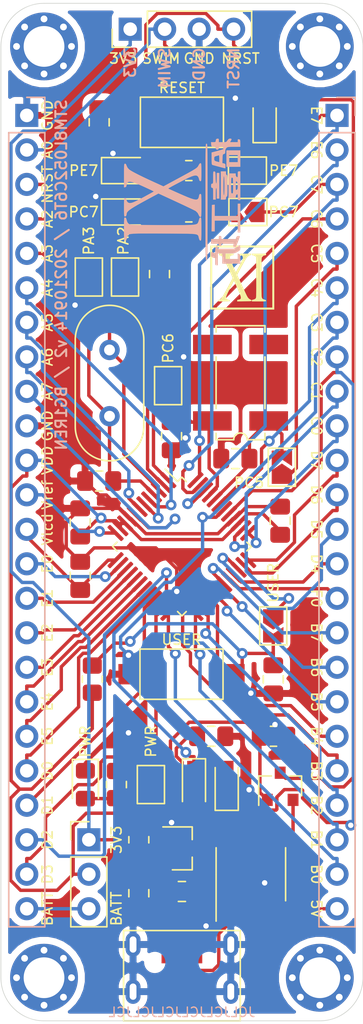
<source format=kicad_pcb>
(kicad_pcb (version 20171130) (host pcbnew 5.1.10)
  (layers (0 F.Cu signal) (31 B.Cu signal) (34 B.Paste user) (35 F.Paste user) (36 B.SilkS user) (37 F.SilkS user) (38 B.Mask user) (39 F.Mask user) (44 Edge.Cuts user))
  (net 0 "")
  (net 1 GND)
  (net 2 /5V)
  (net 3 /3V3)
  (net 4 /NRST)
  (net 5 /LSE_IN)
  (net 6 /LSE_OUT)
  (net 7 "Net-(J2-Pad2)")
  (net 8 "Net-(J2-Pad3)")
  (net 9 "Net-(D1-Pad2)")
  (net 10 "Net-(D2-Pad1)")
  (net 11 /VLCD)
  (net 12 /HSE_IN)
  (net 13 /HSE_OUT)
  (net 14 /PC3)
  (net 15 /PC2)
  (net 16 /PA0)
  (net 17 /VDD)
  (net 18 "Net-(D3-Pad2)")
  (net 19 "Net-(D4-Pad2)")
  (net 20 "Net-(D5-Pad2)")
  (net 21 "Net-(JP3-Pad2)")
  (net 22 /PE7)
  (net 23 "Net-(JP5-Pad2)")
  (net 24 /PC7)
  (net 25 "Net-(JP7-Pad2)")
  (net 26 "Net-(C10-Pad1)")
  (net 27 /BATT)
  (net 28 /PD3)
  (net 29 /PD2)
  (net 30 /PD1)
  (net 31 /PD0)
  (net 32 /PE5)
  (net 33 /PE4)
  (net 34 /PE3)
  (net 35 /PE2)
  (net 36 /PE1)
  (net 37 /PE0)
  (net 38 /VREF)
  (net 39 /PA7)
  (net 40 /PA6)
  (net 41 /PA5)
  (net 42 /PA4)
  (net 43 /PA3)
  (net 44 /PA2)
  (net 45 /PB0)
  (net 46 /PB1)
  (net 47 /PB2)
  (net 48 /PB3)
  (net 49 /PB4)
  (net 50 /PB5)
  (net 51 /PB6)
  (net 52 /PB7)
  (net 53 /PF0)
  (net 54 /PD4)
  (net 55 /PD5)
  (net 56 /PD6)
  (net 57 /PD7)
  (net 58 /PC0)
  (net 59 /PC1)
  (net 60 /PC4)
  (net 61 /PC5)
  (net 62 /PC6)
  (net 63 /PE6)
  (net 64 "Net-(D6-Pad1)")
  (net 65 "Net-(Q1-Pad1)")
  (net 66 /RTS)
  (module Package_TO_SOT_SMD:SOT-23 (layer F.Cu) (at 56.769 97.663 90)
    (fp_text reference Q1 hide)
    (fp_text value 2N7002)
    (pad 3 smd rect (at 1 0 90) (size 0.9 0.8) (layers F.Cu F.Paste F.Mask) (net 64 "Net-(D6-Pad1)"))
    (pad 2 smd rect (at -1 0.95 90) (size 0.9 0.8) (layers F.Cu F.Paste F.Mask) (net 66 /RTS))
    (pad 1 smd rect (at -1 -0.95 90) (size 0.9 0.8) (layers F.Cu F.Paste F.Mask) (net 65 "Net-(Q1-Pad1)"))
  )
  (module Resistor_SMD:R_0805_2012Metric_Pad1.20x1.40mm_HandSolder (layer F.Cu) (at 56.277 93.98)
    (fp_text reference R6 hide)
    (fp_text value 1M)
    (pad 2 smd roundrect (at 1 0) (size 1.2 1.4) (layers F.Cu F.Paste F.Mask) (roundrect_rratio 0.2083325) (net 1 GND))
    (pad 1 smd roundrect (at -1 0) (size 1.2 1.4) (layers F.Cu F.Paste F.Mask) (roundrect_rratio 0.2083325) (net 65 "Net-(Q1-Pad1)"))
  )
  (module Resistor_SMD:R_0805_2012Metric_Pad1.20x1.40mm_HandSolder (layer F.Cu) (at 46.355 101.6 270)
    (fp_text reference R5 hide)
    (fp_text value 1K)
    (pad 2 smd roundrect (at 1 0 270) (size 1.2 1.4) (layers F.Cu F.Paste F.Mask) (roundrect_rratio 0.2083325) (net 3 /3V3))
    (pad 1 smd roundrect (at -1 0 270) (size 1.2 1.4) (layers F.Cu F.Paste F.Mask) (roundrect_rratio 0.2083325) (net 65 "Net-(Q1-Pad1)"))
  )
  (module Diode_SMD:D_SOD-323 (layer F.Cu) (at 55.626 48.768 90)
    (fp_text reference D6 hide)
    (fp_text value 1N4148WS)
    (pad 2 smd rect (at 1.05 0 90) (size 0.6 0.45) (layers F.Cu F.Paste F.Mask) (net 4 /NRST))
    (pad 1 smd rect (at -1.05 0 90) (size 0.6 0.45) (layers F.Cu F.Paste F.Mask) (net 64 "Net-(D6-Pad1)"))
  )
  (module Capacitor_SMD:C_0805_2012Metric_Pad1.18x1.45mm_HandSolder (layer F.Cu) (at 42.037 78.232 90)
    (fp_text reference C12 hide)
    (fp_text value 100n)
    (pad 2 smd roundrect (at 1.0375 0 90) (size 1.175 1.45) (layers F.Cu F.Paste F.Mask) (roundrect_rratio 0.2127659574468085) (net 1 GND))
    (pad 1 smd roundrect (at -1.0375 0 90) (size 1.175 1.45) (layers F.Cu F.Paste F.Mask) (roundrect_rratio 0.2127659574468085) (net 17 /VDD))
  )
  (module Capacitor_SMD:C_0805_2012Metric_Pad1.18x1.45mm_HandSolder (layer F.Cu) (at 56.769 78.105 90)
    (fp_text reference C11 hide)
    (fp_text value 100n)
    (pad 2 smd roundrect (at 1.0375 0 90) (size 1.175 1.45) (layers F.Cu F.Paste F.Mask) (roundrect_rratio 0.2127659574468085) (net 1 GND))
    (pad 1 smd roundrect (at -1.0375 0 90) (size 1.175 1.45) (layers F.Cu F.Paste F.Mask) (roundrect_rratio 0.2127659574468085) (net 17 /VDD))
  )
  (module xi:xi-logo-a-10_09 (layer B.Cu) (at 49.53 54.61 270)
    (fp_text reference G2 hide)
    (fp_text value LOGO hide)
  )
  (module xi:xi-logo-c-05_05 (layer F.Cu) (at 53.975 60.198)
    (fp_text reference G1 hide)
    (fp_text value LOGO hide)
  )
  (module bg1ren:MountingHole_3mm_Pad_Via (layer F.Cu) (at 59.69 111.76)
    (fp_text reference H4 hide)
    (fp_text value MountingHole)
    (pad 1 thru_hole circle (at 1.431891 -1.431891) (size 0.8 0.8) (drill 0.5) (layers *.Cu *.Mask))
    (pad 1 thru_hole circle (at 0 -2.025) (size 0.8 0.8) (drill 0.5) (layers *.Cu *.Mask))
    (pad 1 thru_hole circle (at -1.431891 -1.431891) (size 0.8 0.8) (drill 0.5) (layers *.Cu *.Mask))
    (pad 1 thru_hole circle (at -2.025 0) (size 0.8 0.8) (drill 0.5) (layers *.Cu *.Mask))
    (pad 1 thru_hole circle (at -1.431891 1.431891) (size 0.8 0.8) (drill 0.5) (layers *.Cu *.Mask))
    (pad 1 thru_hole circle (at 0 2.025) (size 0.8 0.8) (drill 0.5) (layers *.Cu *.Mask))
    (pad 1 thru_hole circle (at 1.431891 1.431891) (size 0.8 0.8) (drill 0.5) (layers *.Cu *.Mask))
    (pad 1 thru_hole circle (at 2.025 0) (size 0.8 0.8) (drill 0.5) (layers *.Cu *.Mask))
    (pad 1 thru_hole circle (at 0 0) (size 5 5) (drill 3) (layers *.Cu *.Mask))
  )
  (module bg1ren:MountingHole_3mm_Pad_Via (layer F.Cu) (at 39.37 111.76)
    (fp_text reference H3 hide)
    (fp_text value MountingHole)
    (pad 1 thru_hole circle (at 1.431891 -1.431891) (size 0.8 0.8) (drill 0.5) (layers *.Cu *.Mask))
    (pad 1 thru_hole circle (at 0 -2.025) (size 0.8 0.8) (drill 0.5) (layers *.Cu *.Mask))
    (pad 1 thru_hole circle (at -1.431891 -1.431891) (size 0.8 0.8) (drill 0.5) (layers *.Cu *.Mask))
    (pad 1 thru_hole circle (at -2.025 0) (size 0.8 0.8) (drill 0.5) (layers *.Cu *.Mask))
    (pad 1 thru_hole circle (at -1.431891 1.431891) (size 0.8 0.8) (drill 0.5) (layers *.Cu *.Mask))
    (pad 1 thru_hole circle (at 0 2.025) (size 0.8 0.8) (drill 0.5) (layers *.Cu *.Mask))
    (pad 1 thru_hole circle (at 1.431891 1.431891) (size 0.8 0.8) (drill 0.5) (layers *.Cu *.Mask))
    (pad 1 thru_hole circle (at 2.025 0) (size 0.8 0.8) (drill 0.5) (layers *.Cu *.Mask))
    (pad 1 thru_hole circle (at 0 0) (size 5 5) (drill 3) (layers *.Cu *.Mask))
  )
  (module bg1ren:MountingHole_3mm_Pad_Via (layer F.Cu) (at 59.69 43.18)
    (fp_text reference H2 hide)
    (fp_text value MountingHole)
    (pad 1 thru_hole circle (at 1.431891 -1.431891) (size 0.8 0.8) (drill 0.5) (layers *.Cu *.Mask))
    (pad 1 thru_hole circle (at 0 -2.025) (size 0.8 0.8) (drill 0.5) (layers *.Cu *.Mask))
    (pad 1 thru_hole circle (at -1.431891 -1.431891) (size 0.8 0.8) (drill 0.5) (layers *.Cu *.Mask))
    (pad 1 thru_hole circle (at -2.025 0) (size 0.8 0.8) (drill 0.5) (layers *.Cu *.Mask))
    (pad 1 thru_hole circle (at -1.431891 1.431891) (size 0.8 0.8) (drill 0.5) (layers *.Cu *.Mask))
    (pad 1 thru_hole circle (at 0 2.025) (size 0.8 0.8) (drill 0.5) (layers *.Cu *.Mask))
    (pad 1 thru_hole circle (at 1.431891 1.431891) (size 0.8 0.8) (drill 0.5) (layers *.Cu *.Mask))
    (pad 1 thru_hole circle (at 2.025 0) (size 0.8 0.8) (drill 0.5) (layers *.Cu *.Mask))
    (pad 1 thru_hole circle (at 0 0) (size 5 5) (drill 3) (layers *.Cu *.Mask))
  )
  (module bg1ren:MountingHole_3mm_Pad_Via (layer F.Cu) (at 39.37 43.18)
    (fp_text reference H1 hide)
    (fp_text value MountingHole)
    (pad 1 thru_hole circle (at 1.431891 -1.431891) (size 0.8 0.8) (drill 0.5) (layers *.Cu *.Mask))
    (pad 1 thru_hole circle (at 0 -2.025) (size 0.8 0.8) (drill 0.5) (layers *.Cu *.Mask))
    (pad 1 thru_hole circle (at -1.431891 -1.431891) (size 0.8 0.8) (drill 0.5) (layers *.Cu *.Mask))
    (pad 1 thru_hole circle (at -2.025 0) (size 0.8 0.8) (drill 0.5) (layers *.Cu *.Mask))
    (pad 1 thru_hole circle (at -1.431891 1.431891) (size 0.8 0.8) (drill 0.5) (layers *.Cu *.Mask))
    (pad 1 thru_hole circle (at 0 2.025) (size 0.8 0.8) (drill 0.5) (layers *.Cu *.Mask))
    (pad 1 thru_hole circle (at 1.431891 1.431891) (size 0.8 0.8) (drill 0.5) (layers *.Cu *.Mask))
    (pad 1 thru_hole circle (at 2.025 0) (size 0.8 0.8) (drill 0.5) (layers *.Cu *.Mask))
    (pad 1 thru_hole circle (at 0 0) (size 5 5) (drill 3) (layers *.Cu *.Mask))
  )
  (module Button_Switch_SMD:SW_SPST_CK_RS282G05A3 (layer F.Cu) (at 49.5 89.408)
    (fp_text reference SW2 hide)
    (fp_text value USER (at 0 -2.54) (layer F.SilkS) (effects (font (size 0.75 0.75) (thickness 0.12))))
    (pad 2 smd rect (at 3.9 0) (size 1.5 1.5) (layers F.Cu F.Paste F.Mask) (net 26 "Net-(C10-Pad1)"))
    (pad 1 smd rect (at -3.9 0) (size 1.5 1.5) (layers F.Cu F.Paste F.Mask) (net 1 GND))
  )
  (module Button_Switch_SMD:SW_SPST_CK_RS282G05A3 (layer F.Cu) (at 49.53 48.768 180)
    (fp_text reference SW1 hide)
    (fp_text value RESET (at 0 2.54) (layer F.SilkS) (effects (font (size 0.75 0.75) (thickness 0.12))))
    (pad 2 smd rect (at 3.9 0 180) (size 1.5 1.5) (layers F.Cu F.Paste F.Mask) (net 4 /NRST))
    (pad 1 smd rect (at -3.9 0 180) (size 1.5 1.5) (layers F.Cu F.Paste F.Mask) (net 1 GND))
  )
  (module Resistor_SMD:R_0805_2012Metric_Pad1.20x1.40mm_HandSolder (layer F.Cu) (at 42.926 89.773 90)
    (fp_text reference R4 hide)
    (fp_text value 10K)
    (pad 2 smd roundrect (at 1 0 90) (size 1.2 1.4) (layers F.Cu F.Paste F.Mask) (roundrect_rratio 0.2083325) (net 26 "Net-(C10-Pad1)"))
    (pad 1 smd roundrect (at -1 0 90) (size 1.2 1.4) (layers F.Cu F.Paste F.Mask) (roundrect_rratio 0.2083325) (net 17 /VDD))
  )
  (module Jumper:SolderJumper-2_P1.3mm_Open_TrianglePad1.0x1.5mm (layer F.Cu) (at 56.261 85.852 270)
    (fp_text reference JP8 hide)
    (fp_text value USER (at -3.175 0 90) (layer F.SilkS) (effects (font (size 0.75 0.75) (thickness 0.12))))
    (pad 1 smd custom (at -0.725 0 270) (size 0.3 0.3) (layers F.Cu F.Mask) (net 59 /PC1) (options (clearance outline) (anchor rect)) (primitives (gr_poly (pts (xy -0.5 -0.75) (xy 0.5 -0.75) (xy 1 0) (xy 0.5 0.75) (xy -0.5 0.75)) (width 0))))
    (pad 2 smd custom (at 0.725 0 270) (size 0.3 0.3) (layers F.Cu F.Mask) (net 26 "Net-(C10-Pad1)") (options (clearance outline) (anchor rect)) (primitives (gr_poly (pts (xy -0.65 -0.75) (xy 0.5 -0.75) (xy 0.5 0.75) (xy -0.65 0.75) (xy -0.15 0)) (width 0))))
  )
  (module Connector_PinHeader_2.54mm:PinHeader_1x24_P2.54mm_Vertical (layer B.Cu) (at 60.96 48.26 180)
    (fp_text reference J5 hide)
    (fp_text value Header2)
    (pad 24 thru_hole oval (at 0 -58.42 180) (size 1.7 1.7) (drill 1) (layers *.Cu *.Mask) (net 2 /5V))
    (pad 23 thru_hole oval (at 0 -55.88 180) (size 1.7 1.7) (drill 1) (layers *.Cu *.Mask) (net 45 /PB0))
    (pad 22 thru_hole oval (at 0 -53.34 180) (size 1.7 1.7) (drill 1) (layers *.Cu *.Mask) (net 46 /PB1))
    (pad 21 thru_hole oval (at 0 -50.8 180) (size 1.7 1.7) (drill 1) (layers *.Cu *.Mask) (net 47 /PB2))
    (pad 20 thru_hole oval (at 0 -48.26 180) (size 1.7 1.7) (drill 1) (layers *.Cu *.Mask) (net 48 /PB3))
    (pad 19 thru_hole oval (at 0 -45.72 180) (size 1.7 1.7) (drill 1) (layers *.Cu *.Mask) (net 49 /PB4))
    (pad 18 thru_hole oval (at 0 -43.18 180) (size 1.7 1.7) (drill 1) (layers *.Cu *.Mask) (net 50 /PB5))
    (pad 17 thru_hole oval (at 0 -40.64 180) (size 1.7 1.7) (drill 1) (layers *.Cu *.Mask) (net 51 /PB6))
    (pad 16 thru_hole oval (at 0 -38.1 180) (size 1.7 1.7) (drill 1) (layers *.Cu *.Mask) (net 52 /PB7))
    (pad 15 thru_hole oval (at 0 -35.56 180) (size 1.7 1.7) (drill 1) (layers *.Cu *.Mask) (net 53 /PF0))
    (pad 14 thru_hole oval (at 0 -33.02 180) (size 1.7 1.7) (drill 1) (layers *.Cu *.Mask) (net 54 /PD4))
    (pad 13 thru_hole oval (at 0 -30.48 180) (size 1.7 1.7) (drill 1) (layers *.Cu *.Mask) (net 55 /PD5))
    (pad 12 thru_hole oval (at 0 -27.94 180) (size 1.7 1.7) (drill 1) (layers *.Cu *.Mask) (net 56 /PD6))
    (pad 11 thru_hole oval (at 0 -25.4 180) (size 1.7 1.7) (drill 1) (layers *.Cu *.Mask) (net 57 /PD7))
    (pad 10 thru_hole oval (at 0 -22.86 180) (size 1.7 1.7) (drill 1) (layers *.Cu *.Mask) (net 58 /PC0))
    (pad 9 thru_hole oval (at 0 -20.32 180) (size 1.7 1.7) (drill 1) (layers *.Cu *.Mask) (net 59 /PC1))
    (pad 8 thru_hole oval (at 0 -17.78 180) (size 1.7 1.7) (drill 1) (layers *.Cu *.Mask) (net 15 /PC2))
    (pad 7 thru_hole oval (at 0 -15.24 180) (size 1.7 1.7) (drill 1) (layers *.Cu *.Mask) (net 14 /PC3))
    (pad 6 thru_hole oval (at 0 -12.7 180) (size 1.7 1.7) (drill 1) (layers *.Cu *.Mask) (net 60 /PC4))
    (pad 5 thru_hole oval (at 0 -10.16 180) (size 1.7 1.7) (drill 1) (layers *.Cu *.Mask) (net 61 /PC5))
    (pad 4 thru_hole oval (at 0 -7.62 180) (size 1.7 1.7) (drill 1) (layers *.Cu *.Mask) (net 62 /PC6))
    (pad 3 thru_hole oval (at 0 -5.08 180) (size 1.7 1.7) (drill 1) (layers *.Cu *.Mask) (net 24 /PC7))
    (pad 2 thru_hole oval (at 0 -2.54 180) (size 1.7 1.7) (drill 1) (layers *.Cu *.Mask) (net 63 /PE6))
    (pad 1 thru_hole rect (at 0 0 180) (size 1.7 1.7) (drill 1) (layers *.Cu *.Mask) (net 22 /PE7))
  )
  (module Connector_PinHeader_2.54mm:PinHeader_1x24_P2.54mm_Vertical (layer B.Cu) (at 38.1 48.26 180)
    (fp_text reference J4 hide)
    (fp_text value Header1)
    (pad 24 thru_hole oval (at 0 -58.42 180) (size 1.7 1.7) (drill 1) (layers *.Cu *.Mask) (net 27 /BATT))
    (pad 23 thru_hole oval (at 0 -55.88 180) (size 1.7 1.7) (drill 1) (layers *.Cu *.Mask) (net 28 /PD3))
    (pad 22 thru_hole oval (at 0 -53.34 180) (size 1.7 1.7) (drill 1) (layers *.Cu *.Mask) (net 29 /PD2))
    (pad 21 thru_hole oval (at 0 -50.8 180) (size 1.7 1.7) (drill 1) (layers *.Cu *.Mask) (net 30 /PD1))
    (pad 20 thru_hole oval (at 0 -48.26 180) (size 1.7 1.7) (drill 1) (layers *.Cu *.Mask) (net 31 /PD0))
    (pad 19 thru_hole oval (at 0 -45.72 180) (size 1.7 1.7) (drill 1) (layers *.Cu *.Mask) (net 32 /PE5))
    (pad 18 thru_hole oval (at 0 -43.18 180) (size 1.7 1.7) (drill 1) (layers *.Cu *.Mask) (net 33 /PE4))
    (pad 17 thru_hole oval (at 0 -40.64 180) (size 1.7 1.7) (drill 1) (layers *.Cu *.Mask) (net 34 /PE3))
    (pad 16 thru_hole oval (at 0 -38.1 180) (size 1.7 1.7) (drill 1) (layers *.Cu *.Mask) (net 35 /PE2))
    (pad 15 thru_hole oval (at 0 -35.56 180) (size 1.7 1.7) (drill 1) (layers *.Cu *.Mask) (net 36 /PE1))
    (pad 14 thru_hole oval (at 0 -33.02 180) (size 1.7 1.7) (drill 1) (layers *.Cu *.Mask) (net 37 /PE0))
    (pad 13 thru_hole oval (at 0 -30.48 180) (size 1.7 1.7) (drill 1) (layers *.Cu *.Mask) (net 11 /VLCD))
    (pad 12 thru_hole oval (at 0 -27.94 180) (size 1.7 1.7) (drill 1) (layers *.Cu *.Mask) (net 38 /VREF))
    (pad 11 thru_hole oval (at 0 -25.4 180) (size 1.7 1.7) (drill 1) (layers *.Cu *.Mask) (net 17 /VDD))
    (pad 10 thru_hole oval (at 0 -22.86 180) (size 1.7 1.7) (drill 1) (layers *.Cu *.Mask) (net 1 GND))
    (pad 9 thru_hole oval (at 0 -20.32 180) (size 1.7 1.7) (drill 1) (layers *.Cu *.Mask) (net 39 /PA7))
    (pad 8 thru_hole oval (at 0 -17.78 180) (size 1.7 1.7) (drill 1) (layers *.Cu *.Mask) (net 40 /PA6))
    (pad 7 thru_hole oval (at 0 -15.24 180) (size 1.7 1.7) (drill 1) (layers *.Cu *.Mask) (net 41 /PA5))
    (pad 6 thru_hole oval (at 0 -12.7 180) (size 1.7 1.7) (drill 1) (layers *.Cu *.Mask) (net 42 /PA4))
    (pad 5 thru_hole oval (at 0 -10.16 180) (size 1.7 1.7) (drill 1) (layers *.Cu *.Mask) (net 43 /PA3))
    (pad 4 thru_hole oval (at 0 -7.62 180) (size 1.7 1.7) (drill 1) (layers *.Cu *.Mask) (net 44 /PA2))
    (pad 3 thru_hole oval (at 0 -5.08 180) (size 1.7 1.7) (drill 1) (layers *.Cu *.Mask) (net 4 /NRST))
    (pad 2 thru_hole oval (at 0 -2.54 180) (size 1.7 1.7) (drill 1) (layers *.Cu *.Mask) (net 16 /PA0))
    (pad 1 thru_hole rect (at 0 0 180) (size 1.7 1.7) (drill 1) (layers *.Cu *.Mask) (net 1 GND))
  )
  (module Capacitor_SMD:C_0805_2012Metric_Pad1.18x1.45mm_HandSolder (layer F.Cu) (at 56.261 89.789 270)
    (fp_text reference C10 hide)
    (fp_text value 100n)
    (pad 2 smd roundrect (at 1.0375 0 270) (size 1.175 1.45) (layers F.Cu F.Paste F.Mask) (roundrect_rratio 0.2127659574468085) (net 1 GND))
    (pad 1 smd roundrect (at -1.0375 0 270) (size 1.175 1.45) (layers F.Cu F.Paste F.Mask) (roundrect_rratio 0.2127659574468085) (net 26 "Net-(C10-Pad1)"))
  )
  (module Resistor_SMD:R_0805_2012Metric_Pad1.20x1.40mm_HandSolder (layer F.Cu) (at 50.038 55.372 180)
    (fp_text reference R3 hide)
    (fp_text value 680)
    (pad 2 smd roundrect (at 1 0 180) (size 1.2 1.4) (layers F.Cu F.Paste F.Mask) (roundrect_rratio 0.2083325) (net 20 "Net-(D5-Pad2)"))
    (pad 1 smd roundrect (at -1 0 180) (size 1.2 1.4) (layers F.Cu F.Paste F.Mask) (roundrect_rratio 0.2083325) (net 25 "Net-(JP7-Pad2)"))
  )
  (module Resistor_SMD:R_0805_2012Metric_Pad1.20x1.40mm_HandSolder (layer F.Cu) (at 50.038 52.324 180)
    (fp_text reference R2 hide)
    (fp_text value 4.7K)
    (pad 2 smd roundrect (at 1 0 180) (size 1.2 1.4) (layers F.Cu F.Paste F.Mask) (roundrect_rratio 0.2083325) (net 19 "Net-(D4-Pad2)"))
    (pad 1 smd roundrect (at -1 0 180) (size 1.2 1.4) (layers F.Cu F.Paste F.Mask) (roundrect_rratio 0.2083325) (net 23 "Net-(JP5-Pad2)"))
  )
  (module Resistor_SMD:R_0805_2012Metric_Pad1.20x1.40mm_HandSolder (layer F.Cu) (at 44.704 97.536 270)
    (fp_text reference R1 hide)
    (fp_text value 1K)
    (pad 2 smd roundrect (at 1 0 270) (size 1.2 1.4) (layers F.Cu F.Paste F.Mask) (roundrect_rratio 0.2083325) (net 18 "Net-(D3-Pad2)"))
    (pad 1 smd roundrect (at -1 0 270) (size 1.2 1.4) (layers F.Cu F.Paste F.Mask) (roundrect_rratio 0.2083325) (net 21 "Net-(JP3-Pad2)"))
  )
  (module Jumper:SolderJumper-2_P1.3mm_Open_TrianglePad1.0x1.5mm (layer F.Cu) (at 54.393 55.372 180)
    (fp_text reference JP7 hide)
    (fp_text value PC7 (at -2.63 0) (layer F.SilkS) (effects (font (size 0.75 0.75) (thickness 0.12))))
    (pad 1 smd custom (at -0.725 0 180) (size 0.3 0.3) (layers F.Cu F.Mask) (net 24 /PC7) (options (clearance outline) (anchor rect)) (primitives (gr_poly (pts (xy -0.5 -0.75) (xy 0.5 -0.75) (xy 1 0) (xy 0.5 0.75) (xy -0.5 0.75)) (width 0))))
    (pad 2 smd custom (at 0.725 0 180) (size 0.3 0.3) (layers F.Cu F.Mask) (net 25 "Net-(JP7-Pad2)") (options (clearance outline) (anchor rect)) (primitives (gr_poly (pts (xy -0.65 -0.75) (xy 0.5 -0.75) (xy 0.5 0.75) (xy -0.65 0.75) (xy -0.15 0)) (width 0))))
  )
  (module Jumper:SolderJumper-2_P1.3mm_Open_TrianglePad1.0x1.5mm (layer F.Cu) (at 42.672 60.161 270)
    (fp_text reference JP6 hide)
    (fp_text value PA3 (at -2.667 0 90) (layer F.SilkS) (effects (font (size 0.75 0.75) (thickness 0.12))))
    (pad 1 smd custom (at -0.725 0 270) (size 0.3 0.3) (layers F.Cu F.Mask) (net 43 /PA3) (options (clearance outline) (anchor rect)) (primitives (gr_poly (pts (xy -0.5 -0.75) (xy 0.5 -0.75) (xy 1 0) (xy 0.5 0.75) (xy -0.5 0.75)) (width 0))))
    (pad 2 smd custom (at 0.725 0 270) (size 0.3 0.3) (layers F.Cu F.Mask) (net 13 /HSE_OUT) (options (clearance outline) (anchor rect)) (primitives (gr_poly (pts (xy -0.65 -0.75) (xy 0.5 -0.75) (xy 0.5 0.75) (xy -0.65 0.75) (xy -0.15 0)) (width 0))))
  )
  (module Jumper:SolderJumper-2_P1.3mm_Open_TrianglePad1.0x1.5mm (layer F.Cu) (at 54.356 52.324 180)
    (fp_text reference JP5 hide)
    (fp_text value PE7 (at -2.667 0) (layer F.SilkS) (effects (font (size 0.75 0.75) (thickness 0.12))))
    (pad 1 smd custom (at -0.725 0 180) (size 0.3 0.3) (layers F.Cu F.Mask) (net 22 /PE7) (options (clearance outline) (anchor rect)) (primitives (gr_poly (pts (xy -0.5 -0.75) (xy 0.5 -0.75) (xy 1 0) (xy 0.5 0.75) (xy -0.5 0.75)) (width 0))))
    (pad 2 smd custom (at 0.725 0 180) (size 0.3 0.3) (layers F.Cu F.Mask) (net 23 "Net-(JP5-Pad2)") (options (clearance outline) (anchor rect)) (primitives (gr_poly (pts (xy -0.65 -0.75) (xy 0.5 -0.75) (xy 0.5 0.75) (xy -0.65 0.75) (xy -0.15 0)) (width 0))))
  )
  (module Jumper:SolderJumper-2_P1.3mm_Open_TrianglePad1.0x1.5mm (layer F.Cu) (at 45.339 60.161 270)
    (fp_text reference JP4 hide)
    (fp_text value PA2 (at -2.667 0.127 90) (layer F.SilkS) (effects (font (size 0.75 0.75) (thickness 0.12))))
    (pad 1 smd custom (at -0.725 0 270) (size 0.3 0.3) (layers F.Cu F.Mask) (net 44 /PA2) (options (clearance outline) (anchor rect)) (primitives (gr_poly (pts (xy -0.5 -0.75) (xy 0.5 -0.75) (xy 1 0) (xy 0.5 0.75) (xy -0.5 0.75)) (width 0))))
    (pad 2 smd custom (at 0.725 0 270) (size 0.3 0.3) (layers F.Cu F.Mask) (net 12 /HSE_IN) (options (clearance outline) (anchor rect)) (primitives (gr_poly (pts (xy -0.65 -0.75) (xy 0.5 -0.75) (xy 0.5 0.75) (xy -0.65 0.75) (xy -0.15 0)) (width 0))))
  )
  (module Jumper:SolderJumper-2_P1.3mm_Open_TrianglePad1.0x1.5mm (layer F.Cu) (at 47.244 97.536 270)
    (fp_text reference JP3 hide)
    (fp_text value PWR (at -3.175 0 90) (layer F.SilkS) (effects (font (size 0.75 0.75) (thickness 0.12))))
    (pad 1 smd custom (at -0.725 0 270) (size 0.3 0.3) (layers F.Cu F.Mask) (net 17 /VDD) (options (clearance outline) (anchor rect)) (primitives (gr_poly (pts (xy -0.5 -0.75) (xy 0.5 -0.75) (xy 1 0) (xy 0.5 0.75) (xy -0.5 0.75)) (width 0))))
    (pad 2 smd custom (at 0.725 0 270) (size 0.3 0.3) (layers F.Cu F.Mask) (net 21 "Net-(JP3-Pad2)") (options (clearance outline) (anchor rect)) (primitives (gr_poly (pts (xy -0.65 -0.75) (xy 0.5 -0.75) (xy 0.5 0.75) (xy -0.65 0.75) (xy -0.15 0)) (width 0))))
  )
  (module Jumper:SolderJumper-2_P1.3mm_Open_TrianglePad1.0x1.5mm (layer F.Cu) (at 48.514 68.162 90)
    (fp_text reference JP2 hide)
    (fp_text value PC6 (at 2.756999 0 90) (layer F.SilkS) (effects (font (size 0.75 0.75) (thickness 0.12))))
    (pad 1 smd custom (at -0.725 0 90) (size 0.3 0.3) (layers F.Cu F.Mask) (net 6 /LSE_OUT) (options (clearance outline) (anchor rect)) (primitives (gr_poly (pts (xy -0.5 -0.75) (xy 0.5 -0.75) (xy 1 0) (xy 0.5 0.75) (xy -0.5 0.75)) (width 0))))
    (pad 2 smd custom (at 0.725 0 90) (size 0.3 0.3) (layers F.Cu F.Mask) (net 62 /PC6) (options (clearance outline) (anchor rect)) (primitives (gr_poly (pts (xy -0.65 -0.75) (xy 0.5 -0.75) (xy 0.5 0.75) (xy -0.65 0.75) (xy -0.15 0)) (width 0))))
  )
  (module Jumper:SolderJumper-2_P1.3mm_Open_TrianglePad1.0x1.5mm (layer F.Cu) (at 56.896 74.168 90)
    (fp_text reference JP1 hide)
    (fp_text value PC5 (at -1.143 -2.413 180) (layer F.SilkS) (effects (font (size 0.75 0.75) (thickness 0.12))))
    (pad 1 smd custom (at -0.725 0 90) (size 0.3 0.3) (layers F.Cu F.Mask) (net 61 /PC5) (options (clearance outline) (anchor rect)) (primitives (gr_poly (pts (xy -0.5 -0.75) (xy 0.5 -0.75) (xy 1 0) (xy 0.5 0.75) (xy -0.5 0.75)) (width 0))))
    (pad 2 smd custom (at 0.725 0 90) (size 0.3 0.3) (layers F.Cu F.Mask) (net 5 /LSE_IN) (options (clearance outline) (anchor rect)) (primitives (gr_poly (pts (xy -0.65 -0.75) (xy 0.5 -0.75) (xy 0.5 0.75) (xy -0.65 0.75) (xy -0.15 0)) (width 0))))
  )
  (module LED_SMD:LED_0805_2012Metric_Pad1.15x1.40mm_HandSolder (layer F.Cu) (at 45.466 55.372)
    (fp_text reference D5 hide)
    (fp_text value PC7 (at -3.175 0) (layer F.SilkS) (effects (font (size 0.75 0.75) (thickness 0.12))))
    (pad 2 smd roundrect (at 1.025 0) (size 1.15 1.4) (layers F.Cu F.Paste F.Mask) (roundrect_rratio 0.2173904347826087) (net 20 "Net-(D5-Pad2)"))
    (pad 1 smd roundrect (at -1.025 0) (size 1.15 1.4) (layers F.Cu F.Paste F.Mask) (roundrect_rratio 0.2173904347826087) (net 1 GND))
  )
  (module LED_SMD:LED_0805_2012Metric_Pad1.15x1.40mm_HandSolder (layer F.Cu) (at 45.466 52.324)
    (fp_text reference D4 hide)
    (fp_text value PE7 (at -3.175 0) (layer F.SilkS) (effects (font (size 0.75 0.75) (thickness 0.12))))
    (pad 2 smd roundrect (at 1.025 0) (size 1.15 1.4) (layers F.Cu F.Paste F.Mask) (roundrect_rratio 0.2173904347826087) (net 19 "Net-(D4-Pad2)"))
    (pad 1 smd roundrect (at -1.025 0) (size 1.15 1.4) (layers F.Cu F.Paste F.Mask) (roundrect_rratio 0.2173904347826087) (net 1 GND))
  )
  (module LED_SMD:LED_0805_2012Metric_Pad1.15x1.40mm_HandSolder (layer F.Cu) (at 42.418 97.545 270)
    (fp_text reference D3 hide)
    (fp_text value PWR (at -3.183999 0 90) (layer F.SilkS) (effects (font (size 0.75 0.75) (thickness 0.12))))
    (pad 2 smd roundrect (at 1.025 0 270) (size 1.15 1.4) (layers F.Cu F.Paste F.Mask) (roundrect_rratio 0.2173904347826087) (net 18 "Net-(D3-Pad2)"))
    (pad 1 smd roundrect (at -1.025 0 270) (size 1.15 1.4) (layers F.Cu F.Paste F.Mask) (roundrect_rratio 0.2173904347826087) (net 1 GND))
  )
  (module Connector_PinHeader_2.54mm:PinHeader_1x03_P2.54mm_Vertical (layer F.Cu) (at 42.672 101.6)
    (fp_text reference J3 hide)
    (fp_text value PWR)
    (pad 3 thru_hole oval (at 0 5.08) (size 1.7 1.7) (drill 1) (layers *.Cu *.Mask) (net 27 /BATT))
    (pad 2 thru_hole oval (at 0 2.54) (size 1.7 1.7) (drill 1) (layers *.Cu *.Mask) (net 17 /VDD))
    (pad 1 thru_hole rect (at 0 0) (size 1.7 1.7) (drill 1) (layers *.Cu *.Mask) (net 3 /3V3))
  )
  (module Capacitor_SMD:C_0805_2012Metric_Pad1.18x1.45mm_HandSolder (layer F.Cu) (at 43.434 48.768 270)
    (fp_text reference C9 hide)
    (fp_text value 100n)
    (pad 2 smd roundrect (at 1.0375 0 270) (size 1.175 1.45) (layers F.Cu F.Paste F.Mask) (roundrect_rratio 0.2127659574468085) (net 1 GND))
    (pad 1 smd roundrect (at -1.0375 0 270) (size 1.175 1.45) (layers F.Cu F.Paste F.Mask) (roundrect_rratio 0.2127659574468085) (net 4 /NRST))
  )
  (module Crystal:Crystal_HC49-4H_Vertical (layer F.Cu) (at 44.196 65.532 270)
    (fp_text reference Y2 hide)
    (fp_text value 16M)
    (pad 2 thru_hole circle (at 4.88 0 270) (size 1.5 1.5) (drill 0.8) (layers *.Cu *.Mask) (net 13 /HSE_OUT))
    (pad 1 thru_hole circle (at 0 0 270) (size 1.5 1.5) (drill 0.8) (layers *.Cu *.Mask) (net 12 /HSE_IN))
  )
  (module Crystal:Crystal_SMD_SeikoEpson_MC306-4Pin_8.0x3.2mm_HandSoldering (layer F.Cu) (at 53.848 67.945 90)
    (fp_text reference Y1 hide)
    (fp_text value 32.768K)
    (pad 4 smd rect (at -2.815 -2.075 90) (size 1.43 2.85) (layers F.Cu F.Paste F.Mask) (net 6 /LSE_OUT))
    (pad 3 smd rect (at 2.815 -2.075 90) (size 1.43 2.85) (layers F.Cu F.Paste F.Mask))
    (pad 2 smd rect (at 2.815 2.075 90) (size 1.43 2.85) (layers F.Cu F.Paste F.Mask))
    (pad 1 smd rect (at -2.815 2.075 90) (size 1.43 2.85) (layers F.Cu F.Paste F.Mask) (net 5 /LSE_IN))
  )
  (module Capacitor_SMD:C_0805_2012Metric_Pad1.18x1.45mm_HandSolder (layer F.Cu) (at 43.434 75.184 180)
    (fp_text reference C8 hide)
    (fp_text value 20p)
    (pad 2 smd roundrect (at 1.0375 0 180) (size 1.175 1.45) (layers F.Cu F.Paste F.Mask) (roundrect_rratio 0.2127659574468085) (net 1 GND))
    (pad 1 smd roundrect (at -1.0375 0 180) (size 1.175 1.45) (layers F.Cu F.Paste F.Mask) (roundrect_rratio 0.2127659574468085) (net 13 /HSE_OUT))
  )
  (module Capacitor_SMD:C_0805_2012Metric_Pad1.18x1.45mm_HandSolder (layer F.Cu) (at 47.879 59.944 90)
    (fp_text reference C7 hide)
    (fp_text value 20p)
    (pad 2 smd roundrect (at 1.0375 0 90) (size 1.175 1.45) (layers F.Cu F.Paste F.Mask) (roundrect_rratio 0.2127659574468085) (net 1 GND))
    (pad 1 smd roundrect (at -1.0375 0 90) (size 1.175 1.45) (layers F.Cu F.Paste F.Mask) (roundrect_rratio 0.2127659574468085) (net 12 /HSE_IN))
  )
  (module Diode_SMD:D_SOD-323_HandSoldering (layer F.Cu) (at 50.419 97.536 270)
    (fp_text reference D1 hide)
    (fp_text value 1N5819)
    (pad 2 smd rect (at 1.25 0 270) (size 1 1) (layers F.Cu F.Paste F.Mask) (net 9 "Net-(D1-Pad2)"))
    (pad 1 smd rect (at -1.25 0 270) (size 1 1) (layers F.Cu F.Paste F.Mask) (net 14 /PC3))
  )
  (module bg1ren:MicroUSB5P-A01SB141B1-261 (layer F.Cu) (at 49.53 114.935)
    (fp_text reference J2 hide)
    (fp_text value USB)
    (pad "" np_thru_hole circle (at -2 -4.3) (size 0.55 0.55) (drill 0.55) (layers *.Cu *.Mask))
    (pad "" np_thru_hole circle (at 2 -4.3) (size 0.55 0.55) (drill 0.55) (layers *.Cu *.Mask))
    (pad 1 smd rect (at -1.3 -5.31) (size 0.4 2.15) (layers F.Cu F.Paste F.Mask) (net 2 /5V))
    (pad 2 smd rect (at -0.65 -5.31) (size 0.4 2.15) (layers F.Cu F.Paste F.Mask) (net 7 "Net-(J2-Pad2)"))
    (pad 5 smd rect (at 1.3 -5.31) (size 0.4 2.15) (layers F.Cu F.Paste F.Mask) (net 1 GND))
    (pad 4 smd rect (at 0.65 -5.31) (size 0.4 2.15) (layers F.Cu F.Paste F.Mask))
    (pad 3 smd rect (at 0 -5.31) (size 0.4 2.15) (layers F.Cu F.Paste F.Mask) (net 8 "Net-(J2-Pad3)"))
    (pad 6 thru_hole oval (at -3.6 -5.62) (size 1.1 1.8) (drill oval 0.5 1.2) (layers *.Cu *.Mask) (net 1 GND))
    (pad 6 thru_hole oval (at 3.6 -5.62) (size 1.1 1.8) (drill oval 0.5 1.2) (layers *.Cu *.Mask) (net 1 GND))
    (pad 6 thru_hole oval (at -3.6 -2.15) (size 1.1 1.8) (drill oval 0.5 1.2) (layers *.Cu *.Mask) (net 1 GND))
    (pad 6 thru_hole oval (at 3.6 -2.15) (size 1.1 1.8) (drill oval 0.5 1.2) (layers *.Cu *.Mask) (net 1 GND))
  )
  (module Diode_SMD:D_SOD-323_HandSoldering (layer F.Cu) (at 52.832 97.536 90)
    (fp_text reference D2 hide)
    (fp_text value 1N5819)
    (pad 2 smd rect (at 1.25 0 90) (size 1 1) (layers F.Cu F.Paste F.Mask) (net 15 /PC2))
    (pad 1 smd rect (at -1.25 0 90) (size 1 1) (layers F.Cu F.Paste F.Mask) (net 10 "Net-(D2-Pad1)"))
  )
  (module Capacitor_SMD:C_0805_2012Metric_Pad1.18x1.45mm_HandSolder (layer F.Cu) (at 51.689 93.98)
    (fp_text reference C6 hide)
    (fp_text value 100n)
    (pad 2 smd roundrect (at 1.0375 0) (size 1.175 1.45) (layers F.Cu F.Paste F.Mask) (roundrect_rratio 0.2127659574468085) (net 1 GND))
    (pad 1 smd roundrect (at -1.0375 0) (size 1.175 1.45) (layers F.Cu F.Paste F.Mask) (roundrect_rratio 0.2127659574468085) (net 3 /3V3))
  )
  (module Capacitor_SMD:C_0805_2012Metric_Pad1.18x1.45mm_HandSolder (layer F.Cu) (at 48.768 71.882 270)
    (fp_text reference C5 hide)
    (fp_text value 20p)
    (pad 2 smd roundrect (at 1.0375 0 270) (size 1.175 1.45) (layers F.Cu F.Paste F.Mask) (roundrect_rratio 0.2127659574468085) (net 1 GND))
    (pad 1 smd roundrect (at -1.0375 0 270) (size 1.175 1.45) (layers F.Cu F.Paste F.Mask) (roundrect_rratio 0.2127659574468085) (net 6 /LSE_OUT))
  )
  (module Capacitor_SMD:C_0805_2012Metric_Pad1.18x1.45mm_HandSolder (layer F.Cu) (at 53.467 73.533 180)
    (fp_text reference C4 hide)
    (fp_text value 20p)
    (pad 2 smd roundrect (at 1.0375 0 180) (size 1.175 1.45) (layers F.Cu F.Paste F.Mask) (roundrect_rratio 0.2127659574468085) (net 1 GND))
    (pad 1 smd roundrect (at -1.0375 0 180) (size 1.175 1.45) (layers F.Cu F.Paste F.Mask) (roundrect_rratio 0.2127659574468085) (net 5 /LSE_IN))
  )
  (module Package_SO:SOIC-8_3.9x4.9mm_P1.27mm (layer F.Cu) (at 54.61 104.14 90)
    (fp_text reference U3 hide)
    (fp_text value CH340N)
    (pad 8 smd roundrect (at 2.475 -1.905 90) (size 1.95 0.6) (layers F.Cu F.Paste F.Mask) (net 3 /3V3))
    (pad 7 smd roundrect (at 2.475 -0.635 90) (size 1.95 0.6) (layers F.Cu F.Paste F.Mask) (net 9 "Net-(D1-Pad2)"))
    (pad 6 smd roundrect (at 2.475 0.635 90) (size 1.95 0.6) (layers F.Cu F.Paste F.Mask) (net 10 "Net-(D2-Pad1)"))
    (pad 5 smd roundrect (at 2.475 1.905 90) (size 1.95 0.6) (layers F.Cu F.Paste F.Mask) (net 3 /3V3))
    (pad 4 smd roundrect (at -2.475 1.905 90) (size 1.95 0.6) (layers F.Cu F.Paste F.Mask) (net 66 /RTS))
    (pad 3 smd roundrect (at -2.475 0.635 90) (size 1.95 0.6) (layers F.Cu F.Paste F.Mask) (net 1 GND))
    (pad 2 smd roundrect (at -2.475 -0.635 90) (size 1.95 0.6) (layers F.Cu F.Paste F.Mask) (net 7 "Net-(J2-Pad2)"))
    (pad 1 smd roundrect (at -2.475 -1.905 90) (size 1.95 0.6) (layers F.Cu F.Paste F.Mask) (net 8 "Net-(J2-Pad3)"))
  )
  (module Package_TO_SOT_SMD:SOT-23 (layer F.Cu) (at 49.53 102.235)
    (fp_text reference U2 hide)
    (fp_text value XC6206P332MR)
    (pad 3 smd rect (at 1 0) (size 0.9 0.8) (layers F.Cu F.Paste F.Mask) (net 2 /5V))
    (pad 2 smd rect (at -1 0.95) (size 0.9 0.8) (layers F.Cu F.Paste F.Mask) (net 3 /3V3))
    (pad 1 smd rect (at -1 -0.95) (size 0.9 0.8) (layers F.Cu F.Paste F.Mask) (net 1 GND))
  )
  (module Package_QFP:LQFP-48_7x7mm_P0.5mm (layer F.Cu) (at 49.53 80.01 315)
    (fp_text reference U1 hide)
    (fp_text value STM8L052C6T6)
    (pad 48 smd roundrect (at -2.75 -4.1625 315) (size 0.3 1.475) (layers F.Cu F.Paste F.Mask) (net 22 /PE7))
    (pad 47 smd roundrect (at -2.25 -4.1625 315) (size 0.3 1.475) (layers F.Cu F.Paste F.Mask) (net 63 /PE6))
    (pad 46 smd roundrect (at -1.75 -4.1625 315) (size 0.3 1.475) (layers F.Cu F.Paste F.Mask) (net 24 /PC7))
    (pad 45 smd roundrect (at -1.25 -4.1625 315) (size 0.3 1.475) (layers F.Cu F.Paste F.Mask) (net 6 /LSE_OUT))
    (pad 44 smd roundrect (at -0.75 -4.1625 315) (size 0.3 1.475) (layers F.Cu F.Paste F.Mask) (net 5 /LSE_IN))
    (pad 43 smd roundrect (at -0.25 -4.1625 315) (size 0.3 1.475) (layers F.Cu F.Paste F.Mask) (net 60 /PC4))
    (pad 42 smd roundrect (at 0.25 -4.1625 315) (size 0.3 1.475) (layers F.Cu F.Paste F.Mask) (net 14 /PC3))
    (pad 41 smd roundrect (at 0.75 -4.1625 315) (size 0.3 1.475) (layers F.Cu F.Paste F.Mask) (net 15 /PC2))
    (pad 40 smd roundrect (at 1.25 -4.1625 315) (size 0.3 1.475) (layers F.Cu F.Paste F.Mask) (net 1 GND))
    (pad 39 smd roundrect (at 1.75 -4.1625 315) (size 0.3 1.475) (layers F.Cu F.Paste F.Mask) (net 17 /VDD))
    (pad 38 smd roundrect (at 2.25 -4.1625 315) (size 0.3 1.475) (layers F.Cu F.Paste F.Mask) (net 59 /PC1))
    (pad 37 smd roundrect (at 2.75 -4.1625 315) (size 0.3 1.475) (layers F.Cu F.Paste F.Mask) (net 58 /PC0))
    (pad 36 smd roundrect (at 4.1625 -2.75 315) (size 1.475 0.3) (layers F.Cu F.Paste F.Mask) (net 57 /PD7))
    (pad 35 smd roundrect (at 4.1625 -2.25 315) (size 1.475 0.3) (layers F.Cu F.Paste F.Mask) (net 56 /PD6))
    (pad 34 smd roundrect (at 4.1625 -1.75 315) (size 1.475 0.3) (layers F.Cu F.Paste F.Mask) (net 55 /PD5))
    (pad 33 smd roundrect (at 4.1625 -1.25 315) (size 1.475 0.3) (layers F.Cu F.Paste F.Mask) (net 54 /PD4))
    (pad 32 smd roundrect (at 4.1625 -0.75 315) (size 1.475 0.3) (layers F.Cu F.Paste F.Mask) (net 53 /PF0))
    (pad 31 smd roundrect (at 4.1625 -0.25 315) (size 1.475 0.3) (layers F.Cu F.Paste F.Mask) (net 52 /PB7))
    (pad 30 smd roundrect (at 4.1625 0.25 315) (size 1.475 0.3) (layers F.Cu F.Paste F.Mask) (net 51 /PB6))
    (pad 29 smd roundrect (at 4.1625 0.75 315) (size 1.475 0.3) (layers F.Cu F.Paste F.Mask) (net 50 /PB5))
    (pad 28 smd roundrect (at 4.1625 1.25 315) (size 1.475 0.3) (layers F.Cu F.Paste F.Mask) (net 49 /PB4))
    (pad 27 smd roundrect (at 4.1625 1.75 315) (size 1.475 0.3) (layers F.Cu F.Paste F.Mask) (net 48 /PB3))
    (pad 26 smd roundrect (at 4.1625 2.25 315) (size 1.475 0.3) (layers F.Cu F.Paste F.Mask) (net 47 /PB2))
    (pad 25 smd roundrect (at 4.1625 2.75 315) (size 1.475 0.3) (layers F.Cu F.Paste F.Mask) (net 46 /PB1))
    (pad 24 smd roundrect (at 2.75 4.1625 315) (size 0.3 1.475) (layers F.Cu F.Paste F.Mask) (net 45 /PB0))
    (pad 23 smd roundrect (at 2.25 4.1625 315) (size 0.3 1.475) (layers F.Cu F.Paste F.Mask) (net 28 /PD3))
    (pad 22 smd roundrect (at 1.75 4.1625 315) (size 0.3 1.475) (layers F.Cu F.Paste F.Mask) (net 29 /PD2))
    (pad 21 smd roundrect (at 1.25 4.1625 315) (size 0.3 1.475) (layers F.Cu F.Paste F.Mask) (net 30 /PD1))
    (pad 20 smd roundrect (at 0.75 4.1625 315) (size 0.3 1.475) (layers F.Cu F.Paste F.Mask) (net 31 /PD0))
    (pad 19 smd roundrect (at 0.25 4.1625 315) (size 0.3 1.475) (layers F.Cu F.Paste F.Mask) (net 32 /PE5))
    (pad 18 smd roundrect (at -0.25 4.1625 315) (size 0.3 1.475) (layers F.Cu F.Paste F.Mask) (net 33 /PE4))
    (pad 17 smd roundrect (at -0.75 4.1625 315) (size 0.3 1.475) (layers F.Cu F.Paste F.Mask) (net 34 /PE3))
    (pad 16 smd roundrect (at -1.25 4.1625 315) (size 0.3 1.475) (layers F.Cu F.Paste F.Mask) (net 35 /PE2))
    (pad 15 smd roundrect (at -1.75 4.1625 315) (size 0.3 1.475) (layers F.Cu F.Paste F.Mask) (net 36 /PE1))
    (pad 14 smd roundrect (at -2.25 4.1625 315) (size 0.3 1.475) (layers F.Cu F.Paste F.Mask) (net 37 /PE0))
    (pad 13 smd roundrect (at -2.75 4.1625 315) (size 0.3 1.475) (layers F.Cu F.Paste F.Mask) (net 11 /VLCD))
    (pad 12 smd roundrect (at -4.1625 2.75 315) (size 1.475 0.3) (layers F.Cu F.Paste F.Mask) (net 38 /VREF))
    (pad 11 smd roundrect (at -4.1625 2.25 315) (size 1.475 0.3) (layers F.Cu F.Paste F.Mask) (net 17 /VDD))
    (pad 10 smd roundrect (at -4.1625 1.75 315) (size 1.475 0.3) (layers F.Cu F.Paste F.Mask) (net 17 /VDD))
    (pad 9 smd roundrect (at -4.1625 1.25 315) (size 1.475 0.3) (layers F.Cu F.Paste F.Mask) (net 1 GND))
    (pad 8 smd roundrect (at -4.1625 0.75 315) (size 1.475 0.3) (layers F.Cu F.Paste F.Mask) (net 39 /PA7))
    (pad 7 smd roundrect (at -4.1625 0.25 315) (size 1.475 0.3) (layers F.Cu F.Paste F.Mask) (net 40 /PA6))
    (pad 6 smd roundrect (at -4.1625 -0.25 315) (size 1.475 0.3) (layers F.Cu F.Paste F.Mask) (net 41 /PA5))
    (pad 5 smd roundrect (at -4.1625 -0.75 315) (size 1.475 0.3) (layers F.Cu F.Paste F.Mask) (net 42 /PA4))
    (pad 4 smd roundrect (at -4.1625 -1.25 315) (size 1.475 0.3) (layers F.Cu F.Paste F.Mask) (net 13 /HSE_OUT))
    (pad 3 smd roundrect (at -4.1625 -1.75 315) (size 1.475 0.3) (layers F.Cu F.Paste F.Mask) (net 12 /HSE_IN))
    (pad 2 smd roundrect (at -4.1625 -2.25 315) (size 1.475 0.3) (layers F.Cu F.Paste F.Mask) (net 4 /NRST))
    (pad 1 smd roundrect (at -4.1625 -2.75 315) (size 1.475 0.3) (layers F.Cu F.Paste F.Mask) (net 16 /PA0))
  )
  (module Connector_PinHeader_2.54mm:PinHeader_1x04_P2.54mm_Vertical (layer F.Cu) (at 45.72 41.91 90)
    (fp_text reference J1 hide)
    (fp_text value PROG)
    (pad 4 thru_hole oval (at 0 7.62 90) (size 1.7 1.7) (drill 1) (layers *.Cu *.Mask) (net 4 /NRST))
    (pad 3 thru_hole oval (at 0 5.08 90) (size 1.7 1.7) (drill 1) (layers *.Cu *.Mask) (net 1 GND))
    (pad 2 thru_hole oval (at 0 2.54 90) (size 1.7 1.7) (drill 1) (layers *.Cu *.Mask) (net 16 /PA0))
    (pad 1 thru_hole rect (at 0 0 90) (size 1.7 1.7) (drill 1) (layers *.Cu *.Mask) (net 3 /3V3))
  )
  (module Capacitor_SMD:C_0805_2012Metric_Pad1.18x1.45mm_HandSolder (layer F.Cu) (at 42.037 82.169 90)
    (fp_text reference C3 hide)
    (fp_text value 1u)
    (pad 2 smd roundrect (at 1.0375 0 90) (size 1.175 1.45) (layers F.Cu F.Paste F.Mask) (roundrect_rratio 0.2127659574468085) (net 1 GND))
    (pad 1 smd roundrect (at -1.0375 0 90) (size 1.175 1.45) (layers F.Cu F.Paste F.Mask) (roundrect_rratio 0.2127659574468085) (net 11 /VLCD))
  )
  (module Capacitor_SMD:C_0805_2012Metric_Pad1.18x1.45mm_HandSolder (layer F.Cu) (at 46.355 105.537 270)
    (fp_text reference C2 hide)
    (fp_text value 100n)
    (pad 2 smd roundrect (at 1.0375 0 270) (size 1.175 1.45) (layers F.Cu F.Paste F.Mask) (roundrect_rratio 0.2127659574468085) (net 1 GND))
    (pad 1 smd roundrect (at -1.0375 0 270) (size 1.175 1.45) (layers F.Cu F.Paste F.Mask) (roundrect_rratio 0.2127659574468085) (net 3 /3V3))
  )
  (module Capacitor_SMD:C_0805_2012Metric_Pad1.18x1.45mm_HandSolder (layer F.Cu) (at 49.53 105.41 180)
    (fp_text reference C1 hide)
    (fp_text value 100n)
    (pad 2 smd roundrect (at 1.0375 0 180) (size 1.175 1.45) (layers F.Cu F.Paste F.Mask) (roundrect_rratio 0.2127659574468085) (net 1 GND))
    (pad 1 smd roundrect (at -1.0375 0 180) (size 1.175 1.45) (layers F.Cu F.Paste F.Mask) (roundrect_rratio 0.2127659574468085) (net 2 /5V))
  )
  (gr_text JCLJCLJCLJCLJCLJCL (at 49.53 114.3) (layer B.SilkS) (effects (font (size 0.7 0.7) (thickness 0.1)) (justify mirror)))
  (gr_text "STM8L052C6T6 / 20210914 v2 / BG1REN" (at 40.64 46.99 90) (layer B.SilkS) (effects (font (size 0.8 0.8)) (justify left mirror)))
  (gr_text 3V3 (at 45.72 43.18 90) (layer B.SilkS) (effects (font (size 0.8 0.8)) (justify left mirror)))
  (gr_text SWIM (at 48.26 43.18 90) (layer B.SilkS) (effects (font (size 0.8 0.8)) (justify left mirror)))
  (gr_text GND (at 50.8 43.18 90) (layer B.SilkS) (effects (font (size 0.8 0.8)) (justify left mirror)))
  (gr_text NRST (at 53.34 43.18 90) (layer B.SilkS) (effects (font (size 0.8 0.8)) (justify left mirror)))
  (gr_text SWIM (at 48.006 44.069) (layer F.SilkS) (effects (font (size 0.75 0.75) (thickness 0.12))))
  (gr_text NRST (at 53.848 44.069) (layer F.SilkS) (effects (font (size 0.75 0.75) (thickness 0.12))))
  (gr_text 3V3 (at 45.212 44.069) (layer F.SilkS) (effects (font (size 0.75 0.75) (thickness 0.12))))
  (gr_text GND (at 50.8 44.069) (layer F.SilkS) (effects (font (size 0.75 0.75) (thickness 0.12))))
  (gr_text 3V3 (at 44.704 101.6 90) (layer F.SilkS) (effects (font (size 0.75 0.75) (thickness 0.12))))
  (gr_text BATT (at 44.704 106.68 90) (layer F.SilkS) (effects (font (size 0.75 0.75) (thickness 0.12))))
  (gr_text E7 (at 59.436 48.26 -90) (layer F.SilkS) (effects (font (size 0.75 0.75) (thickness 0.12))))
  (gr_text E6 (at 59.436 50.8 -90) (layer F.SilkS) (effects (font (size 0.75 0.75) (thickness 0.12))))
  (gr_text C7 (at 59.436 53.34 -90) (layer F.SilkS) (effects (font (size 0.75 0.75) (thickness 0.12))))
  (gr_text C6 (at 59.436 55.88 -90) (layer F.SilkS) (effects (font (size 0.75 0.75) (thickness 0.12))))
  (gr_text C5 (at 59.436 58.42 -90) (layer F.SilkS) (effects (font (size 0.75 0.75) (thickness 0.12))))
  (gr_text C4 (at 59.436 60.96 -90) (layer F.SilkS) (effects (font (size 0.75 0.75) (thickness 0.12))))
  (gr_text C3 (at 59.436 63.5 -90) (layer F.SilkS) (effects (font (size 0.75 0.75) (thickness 0.12))))
  (gr_text C2 (at 59.436 66.04 -90) (layer F.SilkS) (effects (font (size 0.75 0.75) (thickness 0.12))))
  (gr_text C1 (at 59.436 68.58 -90) (layer F.SilkS) (effects (font (size 0.75 0.75) (thickness 0.12))))
  (gr_text C0 (at 59.436 71.12 -90) (layer F.SilkS) (effects (font (size 0.75 0.75) (thickness 0.12))))
  (gr_text D7 (at 59.436 73.66 -90) (layer F.SilkS) (effects (font (size 0.75 0.75) (thickness 0.12))))
  (gr_text D6 (at 59.436 76.2 -90) (layer F.SilkS) (effects (font (size 0.75 0.75) (thickness 0.12))))
  (gr_text D5 (at 59.436 78.74 -90) (layer F.SilkS) (effects (font (size 0.75 0.75) (thickness 0.12))))
  (gr_text D4 (at 59.436 81.28 -90) (layer F.SilkS) (effects (font (size 0.75 0.75) (thickness 0.12))))
  (gr_text F0 (at 59.436 83.82 -90) (layer F.SilkS) (effects (font (size 0.75 0.75) (thickness 0.12))))
  (gr_text B7 (at 59.436 86.36 -90) (layer F.SilkS) (effects (font (size 0.75 0.75) (thickness 0.12))))
  (gr_text B6 (at 59.436 88.9 -90) (layer F.SilkS) (effects (font (size 0.75 0.75) (thickness 0.12))))
  (gr_text B5 (at 59.436 91.44 -90) (layer F.SilkS) (effects (font (size 0.75 0.75) (thickness 0.12))))
  (gr_text B4 (at 59.436 93.98 -90) (layer F.SilkS) (effects (font (size 0.75 0.75) (thickness 0.12))))
  (gr_text B3 (at 59.436 96.52 -90) (layer F.SilkS) (effects (font (size 0.75 0.75) (thickness 0.12))))
  (gr_text B2 (at 59.436 99.06 -90) (layer F.SilkS) (effects (font (size 0.75 0.75) (thickness 0.12))))
  (gr_text B1 (at 59.436 101.6 -90) (layer F.SilkS) (effects (font (size 0.75 0.75) (thickness 0.12))))
  (gr_text B0 (at 59.436 104.14 -90) (layer F.SilkS) (effects (font (size 0.75 0.75) (thickness 0.12))))
  (gr_text 5V (at 59.436 106.68 -90) (layer F.SilkS) (effects (font (size 0.75 0.75) (thickness 0.12))))
  (gr_text BATT (at 39.624 106.68 90) (layer F.SilkS) (effects (font (size 0.75 0.75) (thickness 0.12))))
  (gr_text D3 (at 39.624 104.14 90) (layer F.SilkS) (effects (font (size 0.75 0.75) (thickness 0.12))))
  (gr_text D2 (at 39.624 101.6 90) (layer F.SilkS) (effects (font (size 0.75 0.75) (thickness 0.12))))
  (gr_text D1 (at 39.624 99.06 90) (layer F.SilkS) (effects (font (size 0.75 0.75) (thickness 0.12))))
  (gr_text D0 (at 39.624 96.52 90) (layer F.SilkS) (effects (font (size 0.75 0.75) (thickness 0.12))))
  (gr_text E5 (at 39.624 93.98 90) (layer F.SilkS) (effects (font (size 0.75 0.75) (thickness 0.12))))
  (gr_text E4 (at 39.624 91.44 90) (layer F.SilkS) (effects (font (size 0.75 0.75) (thickness 0.12))))
  (gr_text E3 (at 39.624 88.9 90) (layer F.SilkS) (effects (font (size 0.75 0.75) (thickness 0.12))))
  (gr_text E2 (at 39.624 86.36 90) (layer F.SilkS) (effects (font (size 0.75 0.75) (thickness 0.12))))
  (gr_text E1 (at 39.624 83.82 90) (layer F.SilkS) (effects (font (size 0.75 0.75) (thickness 0.12))))
  (gr_text E0 (at 39.624 81.28 90) (layer F.SilkS) (effects (font (size 0.75 0.75) (thickness 0.12))))
  (gr_text Vlcd (at 39.624 78.74 90) (layer F.SilkS) (effects (font (size 0.75 0.75) (thickness 0.12))))
  (gr_text Vref (at 39.624 76.2 90) (layer F.SilkS) (effects (font (size 0.75 0.75) (thickness 0.12))))
  (gr_text VDD (at 39.624 73.66 90) (layer F.SilkS) (effects (font (size 0.75 0.75) (thickness 0.12))))
  (gr_text GND (at 39.624 71.12 90) (layer F.SilkS) (effects (font (size 0.75 0.75) (thickness 0.12))))
  (gr_text A7 (at 39.624 68.58 90) (layer F.SilkS) (effects (font (size 0.75 0.75) (thickness 0.12))))
  (gr_text A6 (at 39.624 66.04 90) (layer F.SilkS) (effects (font (size 0.75 0.75) (thickness 0.12))))
  (gr_text A5 (at 39.624 63.5 90) (layer F.SilkS) (effects (font (size 0.75 0.75) (thickness 0.12))))
  (gr_text A4 (at 39.624 60.96 90) (layer F.SilkS) (effects (font (size 0.75 0.75) (thickness 0.12))))
  (gr_text A3 (at 39.624 58.42 90) (layer F.SilkS) (effects (font (size 0.75 0.75) (thickness 0.12))))
  (gr_text A2 (at 39.624 55.88 90) (layer F.SilkS) (effects (font (size 0.75 0.75) (thickness 0.12))))
  (gr_text NRST (at 39.624 53.34 90) (layer F.SilkS) (effects (font (size 0.75 0.75) (thickness 0.12))))
  (gr_text A0 (at 39.624 50.8 90) (layer F.SilkS) (effects (font (size 0.75 0.75) (thickness 0.12))))
  (gr_text GND (at 39.624 48.26 90) (layer F.SilkS) (effects (font (size 0.75 0.75) (thickness 0.12))))
  (gr_arc (start 59.69 43.18) (end 62.865 43.18) (angle -90) (layer Edge.Cuts) (width 0.05))
  (gr_arc (start 59.69 111.76) (end 59.69 114.935) (angle -90) (layer Edge.Cuts) (width 0.05))
  (gr_arc (start 39.37 111.76) (end 36.195 111.76) (angle -90) (layer Edge.Cuts) (width 0.05))
  (gr_arc (start 39.37 43.18) (end 39.37 40.005) (angle -90) (layer Edge.Cuts) (width 0.05))
  (gr_line (start 59.69 40.005) (end 39.37 40.005) (layer Edge.Cuts) (width 0.05))
  (gr_line (start 62.865 111.76) (end 62.865 43.18) (layer Edge.Cuts) (width 0.05))
  (gr_line (start 39.37 114.935) (end 59.69 114.935) (layer Edge.Cuts) (width 0.05))
  (gr_line (start 36.195 43.18) (end 36.195 111.76) (layer Edge.Cuts) (width 0.05))
  (segment (start 53.3572 77.9506) (end 53.4208 77.9506) (width 0.25) (layer F.Cu) (net 1))
  (segment (start 53.4208 77.9506) (end 54.3039 77.0675) (width 0.25) (layer F.Cu) (net 1))
  (segment (start 54.3039 77.0675) (end 56.769 77.0675) (width 0.25) (layer F.Cu) (net 1))
  (segment (start 42.3965 75.184) (end 43.4265 76.214) (width 0.25) (layer F.Cu) (net 1))
  (segment (start 43.4265 76.214) (end 43.9662 76.214) (width 0.25) (layer F.Cu) (net 1))
  (segment (start 43.9662 76.214) (end 45.7028 77.9506) (width 0.25) (layer F.Cu) (net 1))
  (segment (start 42.037 77.1945) (end 41.007 78.2245) (width 0.25) (layer F.Cu) (net 1))
  (segment (start 41.007 78.2245) (end 41.007 80.1015) (width 0.25) (layer F.Cu) (net 1))
  (segment (start 41.007 80.1015) (end 42.037 81.1315) (width 0.25) (layer F.Cu) (net 1))
  (segment (start 45.7028 77.9506) (end 45.6392 77.9506) (width 0.25) (layer F.Cu) (net 1))
  (segment (start 45.6392 77.9506) (end 44.8831 77.1945) (width 0.25) (layer F.Cu) (net 1))
  (segment (start 44.8831 77.1945) (end 42.037 77.1945) (width 0.25) (layer F.Cu) (net 1))
  (via (at 49.657 66.04) (size 0.8) (drill 0.4) (layers F.Cu B.Cu) (net 1))
  (via (at 51.308 107.95) (size 0.8) (drill 0.4) (layers F.Cu B.Cu) (net 1))
  (segment (start 50.83 108.428) (end 51.308 107.95) (width 0.25) (layer F.Cu) (net 1))
  (segment (start 50.83 109.625) (end 50.83 108.428) (width 0.25) (layer F.Cu) (net 1))
  (via (at 55.626 104.775) (size 0.8) (drill 0.4) (layers F.Cu B.Cu) (net 1))
  (segment (start 55.245 105.156) (end 55.626 104.775) (width 0.25) (layer F.Cu) (net 1))
  (segment (start 55.245 106.615) (end 55.245 105.156) (width 0.25) (layer F.Cu) (net 1))
  (segment (start 47.328 106.5745) (end 48.4925 105.41) (width 0.25) (layer F.Cu) (net 1))
  (segment (start 46.355 106.5745) (end 47.328 106.5745) (width 0.25) (layer F.Cu) (net 1))
  (via (at 48.768 100.33) (size 0.8) (drill 0.4) (layers F.Cu B.Cu) (net 1))
  (segment (start 48.53 100.568) (end 48.768 100.33) (width 0.25) (layer F.Cu) (net 1))
  (segment (start 48.53 101.285) (end 48.53 100.568) (width 0.25) (layer F.Cu) (net 1))
  (via (at 56.388 93.1149) (size 0.8) (drill 0.4) (layers F.Cu B.Cu) (net 1))
  (segment (start 57.2531 93.98) (end 56.388 93.1149) (width 0.25) (layer F.Cu) (net 1))
  (segment (start 57.277 93.98) (end 57.2531 93.98) (width 0.25) (layer F.Cu) (net 1))
  (via (at 54.61 90.805) (size 0.8) (drill 0.4) (layers F.Cu B.Cu) (net 1))
  (segment (start 54.61 91.3369) (end 54.61 90.805) (width 0.25) (layer B.Cu) (net 1))
  (segment (start 56.388 93.1149) (end 54.61 91.3369) (width 0.25) (layer B.Cu) (net 1))
  (segment (start 51.074903 87.117901) (end 50.287901 87.117901) (width 0.25) (layer B.Cu) (net 1))
  (segment (start 54.61 90.652998) (end 51.074903 87.117901) (width 0.25) (layer B.Cu) (net 1))
  (segment (start 54.61 90.805) (end 54.61 90.652998) (width 0.25) (layer B.Cu) (net 1))
  (via (at 45.593 88.011) (size 0.8) (drill 0.4) (layers F.Cu B.Cu) (net 1))
  (segment (start 45.6 88.018) (end 45.593 88.011) (width 0.25) (layer F.Cu) (net 1))
  (segment (start 45.6 89.408) (end 45.6 88.018) (width 0.25) (layer F.Cu) (net 1))
  (segment (start 45.593 88.011) (end 46.482 88.011) (width 0.25) (layer B.Cu) (net 1))
  (segment (start 46.482 88.011) (end 46.736 88.265) (width 0.25) (layer B.Cu) (net 1))
  (segment (start 45.702785 77.950551) (end 45.702785 78.014175) (width 0.25) (layer F.Cu) (net 1))
  (segment (start 53.293593 77.950551) (end 52.180143 79.064001) (width 0.25) (layer F.Cu) (net 1))
  (segment (start 53.357215 77.950551) (end 53.293593 77.950551) (width 0.25) (layer F.Cu) (net 1))
  (segment (start 45.766407 77.950551) (end 46.879857 79.064001) (width 0.25) (layer F.Cu) (net 1))
  (segment (start 46.879857 79.064001) (end 47.695001 79.064001) (width 0.25) (layer F.Cu) (net 1))
  (segment (start 45.702785 77.950551) (end 45.766407 77.950551) (width 0.25) (layer F.Cu) (net 1))
  (segment (start 47.695001 79.064001) (end 47.441001 79.064001) (width 0.25) (layer F.Cu) (net 1))
  (segment (start 52.180143 79.064001) (end 47.695001 79.064001) (width 0.25) (layer F.Cu) (net 1))
  (via (at 44.45 51.054) (size 0.8) (drill 0.4) (layers F.Cu B.Cu) (net 1))
  (via (at 43.18 54.229) (size 0.8) (drill 0.4) (layers F.Cu B.Cu) (net 1))
  (segment (start 44.441 56.1935) (end 44.441 55.372) (width 0.25) (layer F.Cu) (net 1))
  (segment (start 47.154 58.9065) (end 44.441 56.1935) (width 0.25) (layer F.Cu) (net 1))
  (segment (start 47.879 58.9065) (end 47.154 58.9065) (width 0.25) (layer F.Cu) (net 1))
  (via (at 49.784 72.009) (size 0.8) (drill 0.4) (layers F.Cu B.Cu) (net 1))
  (segment (start 48.8735 72.9195) (end 49.784 72.009) (width 0.25) (layer F.Cu) (net 1))
  (segment (start 48.768 72.9195) (end 48.8735 72.9195) (width 0.25) (layer F.Cu) (net 1))
  (via (at 41.656 62.23) (size 0.8) (drill 0.4) (layers F.Cu B.Cu) (net 1))
  (via (at 53.467 46.99) (size 0.8) (drill 0.4) (layers F.Cu B.Cu) (net 1))
  (via (at 54.483 97.917) (size 0.8) (drill 0.4) (layers F.Cu B.Cu) (net 1))
  (segment (start 44.637 93.726) (end 45.593 93.726) (width 0.25) (layer F.Cu) (net 1))
  (via (at 45.593 93.726) (size 0.8) (drill 0.4) (layers F.Cu B.Cu) (net 1))
  (segment (start 42.418 95.945) (end 44.637 93.726) (width 0.25) (layer F.Cu) (net 1))
  (segment (start 42.418 96.52) (end 42.418 95.945) (width 0.25) (layer F.Cu) (net 1))
  (via (at 49.149 83.312) (size 0.8) (drill 0.4) (layers F.Cu B.Cu) (net 1))
  (segment (start 49.149 81.649298) (end 49.149 83.312) (width 0.25) (layer F.Cu) (net 1))
  (segment (start 47.606989 80.107287) (end 49.149 81.649298) (width 0.25) (layer F.Cu) (net 1))
  (segment (start 43.061213 80.107287) (end 47.606989 80.107287) (width 0.25) (layer F.Cu) (net 1))
  (segment (start 42.037 81.1315) (end 43.061213 80.107287) (width 0.25) (layer F.Cu) (net 1))
  (segment (start 45.014999 87.432999) (end 45.593 88.011) (width 0.25) (layer B.Cu) (net 1))
  (segment (start 48.359598 83.312) (end 45.014999 86.656599) (width 0.25) (layer B.Cu) (net 1))
  (segment (start 45.014999 86.656599) (end 45.014999 87.432999) (width 0.25) (layer B.Cu) (net 1))
  (segment (start 49.149 83.312) (end 48.359598 83.312) (width 0.25) (layer B.Cu) (net 1))
  (segment (start 50.53 102.235) (end 50.53 102.9403) (width 0.25) (layer F.Cu) (net 2))
  (segment (start 50.7172 105.2603) (end 50.5675 105.41) (width 0.25) (layer F.Cu) (net 2))
  (segment (start 59.8047 106.68) (end 58.5722 107.9125) (width 0.25) (layer F.Cu) (net 2))
  (segment (start 58.5722 107.9125) (end 54.8822 107.9125) (width 0.25) (layer F.Cu) (net 2))
  (segment (start 54.8822 107.9125) (end 54.61 107.6403) (width 0.25) (layer F.Cu) (net 2))
  (segment (start 54.61 107.6403) (end 54.61 105.6276) (width 0.25) (layer F.Cu) (net 2))
  (segment (start 54.61 105.6276) (end 54.2427 105.2603) (width 0.25) (layer F.Cu) (net 2))
  (segment (start 54.2427 105.2603) (end 50.7172 105.2603) (width 0.25) (layer F.Cu) (net 2))
  (segment (start 50.53 102.9403) (end 50.7172 103.1275) (width 0.25) (layer F.Cu) (net 2))
  (segment (start 50.7172 103.1275) (end 50.7172 105.2603) (width 0.25) (layer F.Cu) (net 2))
  (segment (start 60.96 106.68) (end 59.8047 106.68) (width 0.25) (layer F.Cu) (net 2))
  (segment (start 48.23 109.625) (end 48.23 107.7475) (width 0.25) (layer F.Cu) (net 2))
  (segment (start 48.23 107.7475) (end 50.5675 105.41) (width 0.25) (layer F.Cu) (net 2))
  (segment (start 50.6515 93.98) (end 50.0035 93.98) (width 0.25) (layer F.Cu) (net 3))
  (segment (start 50.0035 93.98) (end 49.1154 94.8681) (width 0.25) (layer F.Cu) (net 3))
  (segment (start 49.1154 94.8681) (end 49.1154 95.4522) (width 0.25) (layer F.Cu) (net 3))
  (segment (start 49.1154 95.4522) (end 49.5487 95.8855) (width 0.25) (layer F.Cu) (net 3))
  (segment (start 49.5487 95.8855) (end 49.5487 101.5109) (width 0.25) (layer F.Cu) (net 3))
  (segment (start 45.72 43.0653) (end 39.3699 49.4154) (width 0.25) (layer B.Cu) (net 3))
  (segment (start 39.3699 49.4154) (end 37.8387 49.4154) (width 0.25) (layer B.Cu) (net 3))
  (segment (start 37.8387 49.4154) (end 36.9313 50.3228) (width 0.25) (layer B.Cu) (net 3))
  (segment (start 36.9313 50.3228) (end 36.9313 81.8257) (width 0.25) (layer B.Cu) (net 3))
  (segment (start 36.9313 81.8257) (end 37.7599 82.6543) (width 0.25) (layer B.Cu) (net 3))
  (segment (start 37.7599 82.6543) (end 38.5696 82.6543) (width 0.25) (layer B.Cu) (net 3))
  (segment (start 38.5696 82.6543) (end 42.672 86.7567) (width 0.25) (layer B.Cu) (net 3))
  (segment (start 42.672 86.7567) (end 42.672 100.4447) (width 0.25) (layer B.Cu) (net 3))
  (segment (start 42.672 101.6) (end 42.672 100.4447) (width 0.25) (layer B.Cu) (net 3))
  (segment (start 45.72 41.91) (end 45.72 43.0653) (width 0.25) (layer B.Cu) (net 3))
  (segment (start 48.53 102.4797) (end 48.6394 102.4797) (width 0.25) (layer F.Cu) (net 3))
  (segment (start 48.6394 102.4797) (end 49.5487 101.5704) (width 0.25) (layer F.Cu) (net 3))
  (segment (start 49.5487 101.5704) (end 49.5487 101.5109) (width 0.25) (layer F.Cu) (net 3))
  (segment (start 49.5487 101.5109) (end 52.5509 101.5109) (width 0.25) (layer F.Cu) (net 3))
  (segment (start 52.5509 101.5109) (end 52.705 101.665) (width 0.25) (layer F.Cu) (net 3))
  (segment (start 46.355 103.1835) (end 46.355 102.6) (width 0.25) (layer F.Cu) (net 3))
  (segment (start 46.355 104.4995) (end 46.355 103.1835) (width 0.25) (layer F.Cu) (net 3))
  (segment (start 48.53 103.1835) (end 48.53 102.4797) (width 0.25) (layer F.Cu) (net 3))
  (segment (start 48.53 103.185) (end 48.53 103.1835) (width 0.25) (layer F.Cu) (net 3))
  (segment (start 46.355 103.1835) (end 48.53 103.1835) (width 0.25) (layer F.Cu) (net 3))
  (segment (start 56.515 101.665) (end 56.515 102.0423) (width 0.25) (layer F.Cu) (net 3))
  (segment (start 56.515 102.0423) (end 55.5912 102.9661) (width 0.25) (layer F.Cu) (net 3))
  (segment (start 55.5912 102.9661) (end 53.6044 102.9661) (width 0.25) (layer F.Cu) (net 3))
  (segment (start 53.6044 102.9661) (end 52.705 102.0667) (width 0.25) (layer F.Cu) (net 3))
  (segment (start 52.705 102.0667) (end 52.705 101.665) (width 0.25) (layer F.Cu) (net 3))
  (segment (start 42.672 101.6) (end 45.355 101.6) (width 0.25) (layer F.Cu) (net 3))
  (segment (start 45.355 101.6) (end 46.355 102.6) (width 0.25) (layer F.Cu) (net 3))
  (segment (start 45.3372 53.34) (end 45.3372 55.8077) (width 0.25) (layer F.Cu) (net 4))
  (segment (start 45.3372 55.8077) (end 46.8256 57.2961) (width 0.25) (layer F.Cu) (net 4))
  (segment (start 46.8256 57.2961) (end 47.8681 57.2961) (width 0.25) (layer F.Cu) (net 4))
  (segment (start 47.8681 57.2961) (end 48.955 58.383) (width 0.25) (layer F.Cu) (net 4))
  (segment (start 48.955 58.383) (end 48.955 61.5422) (width 0.25) (layer F.Cu) (net 4))
  (segment (start 48.955 61.5422) (end 46.9972 63.5) (width 0.25) (layer F.Cu) (net 4))
  (segment (start 46.9972 63.5) (end 46.9972 74.2952) (width 0.25) (layer F.Cu) (net 4))
  (segment (start 46.9972 74.2952) (end 48.1777 75.4757) (width 0.25) (layer F.Cu) (net 4))
  (segment (start 45.63 49.8233) (end 45.3372 50.1161) (width 0.25) (layer F.Cu) (net 4))
  (segment (start 45.3372 50.1161) (end 45.3372 53.34) (width 0.25) (layer F.Cu) (net 4))
  (segment (start 44.5867 47.8682) (end 46.8754 45.5795) (width 0.25) (layer F.Cu) (net 4))
  (segment (start 46.8754 45.5795) (end 46.8754 41.5979) (width 0.25) (layer F.Cu) (net 4))
  (segment (start 46.8754 41.5979) (end 47.7281 40.7452) (width 0.25) (layer F.Cu) (net 4))
  (segment (start 47.7281 40.7452) (end 51.2892 40.7452) (width 0.25) (layer F.Cu) (net 4))
  (segment (start 51.2892 40.7452) (end 52.1847 41.6407) (width 0.25) (layer F.Cu) (net 4))
  (segment (start 52.1847 41.6407) (end 52.1847 41.91) (width 0.25) (layer F.Cu) (net 4))
  (segment (start 43.434 47.7305) (end 43.5718 47.8683) (width 0.25) (layer F.Cu) (net 4))
  (segment (start 43.5718 47.8683) (end 44.5866 47.8683) (width 0.25) (layer F.Cu) (net 4))
  (segment (start 44.5866 47.8683) (end 44.5867 47.8682) (width 0.25) (layer F.Cu) (net 4))
  (segment (start 45.63 48.9116) (end 44.5867 47.8682) (width 0.25) (layer F.Cu) (net 4))
  (segment (start 53.34 41.91) (end 52.1847 41.91) (width 0.25) (layer F.Cu) (net 4))
  (segment (start 53.34 41.91) (end 53.34 43.0653) (width 0.25) (layer F.Cu) (net 4))
  (segment (start 53.34 43.0653) (end 55.626 45.3513) (width 0.25) (layer F.Cu) (net 4))
  (segment (start 55.626 45.3513) (end 55.626 47.718) (width 0.25) (layer F.Cu) (net 4))
  (segment (start 45.63 48.768) (end 45.63 48.9116) (width 0.25) (layer F.Cu) (net 4))
  (segment (start 45.63 48.9474) (end 45.63 48.9116) (width 0.25) (layer F.Cu) (net 4))
  (segment (start 45.63 48.9474) (end 45.63 49.8233) (width 0.25) (layer F.Cu) (net 4))
  (segment (start 45.3372 53.34) (end 39.2553 53.34) (width 0.25) (layer F.Cu) (net 4))
  (segment (start 38.1 53.34) (end 39.2553 53.34) (width 0.25) (layer F.Cu) (net 4))
  (segment (start 56.896 73.443) (end 56.896 71.733) (width 0.25) (layer F.Cu) (net 5))
  (segment (start 56.896 71.733) (end 55.923 70.76) (width 0.25) (layer F.Cu) (net 5))
  (segment (start 54.5045 73.533) (end 54.5045 72.1785) (width 0.25) (layer F.Cu) (net 5))
  (segment (start 54.5045 72.1785) (end 55.923 70.76) (width 0.25) (layer F.Cu) (net 5))
  (segment (start 51.943 76.5363) (end 54.5045 73.9748) (width 0.25) (layer F.Cu) (net 5))
  (segment (start 54.5045 73.9748) (end 54.5045 73.533) (width 0.25) (layer F.Cu) (net 5))
  (segment (start 50.2283 70.8445) (end 48.514 69.1302) (width 0.25) (layer F.Cu) (net 6))
  (segment (start 48.514 69.1302) (end 48.514 68.887) (width 0.25) (layer F.Cu) (net 6))
  (segment (start 50.2283 70.8445) (end 51.6885 70.8445) (width 0.25) (layer F.Cu) (net 6))
  (segment (start 48.768 70.8445) (end 50.2283 70.8445) (width 0.25) (layer F.Cu) (net 6))
  (segment (start 51.6885 70.8445) (end 51.773 70.76) (width 0.25) (layer F.Cu) (net 6))
  (segment (start 51.5894 76.1828) (end 51.5894 76.1192) (width 0.25) (layer F.Cu) (net 6))
  (segment (start 51.5894 76.1192) (end 52.1374 75.5712) (width 0.25) (layer F.Cu) (net 6))
  (segment (start 52.1374 75.5712) (end 52.1374 74.8383) (width 0.25) (layer F.Cu) (net 6))
  (segment (start 52.1374 74.8383) (end 51.537 74.2379) (width 0.25) (layer F.Cu) (net 6))
  (segment (start 51.537 74.2379) (end 51.537 70.996) (width 0.25) (layer F.Cu) (net 6))
  (segment (start 51.537 70.996) (end 51.6885 70.8445) (width 0.25) (layer F.Cu) (net 6))
  (segment (start 51.6885 70.8445) (end 51.773 70.76) (width 0.25) (layer F.Cu) (net 6))
  (segment (start 48.88 109.625) (end 48.88 111.0053) (width 0.25) (layer F.Cu) (net 7))
  (segment (start 53.975 106.615) (end 53.975 107.076) (width 0.25) (layer F.Cu) (net 7))
  (segment (start 53.975 107.076) (end 53.155 107.896) (width 0.25) (layer F.Cu) (net 7))
  (segment (start 53.155 107.896) (end 52.8782 107.896) (width 0.25) (layer F.Cu) (net 7))
  (segment (start 52.8782 107.896) (end 52.2453 108.5289) (width 0.25) (layer F.Cu) (net 7))
  (segment (start 52.2453 108.5289) (end 52.2453 110.7947) (width 0.25) (layer F.Cu) (net 7))
  (segment (start 52.2453 110.7947) (end 51.8169 111.2231) (width 0.25) (layer F.Cu) (net 7))
  (segment (start 51.8169 111.2231) (end 49.0978 111.2231) (width 0.25) (layer F.Cu) (net 7))
  (segment (start 49.0978 111.2231) (end 48.88 111.0053) (width 0.25) (layer F.Cu) (net 7))
  (segment (start 49.53 109.625) (end 49.53 108.2447) (width 0.25) (layer F.Cu) (net 8))
  (segment (start 52.705 106.615) (end 51.1597 106.615) (width 0.25) (layer F.Cu) (net 8))
  (segment (start 51.1597 106.615) (end 49.53 108.2447) (width 0.25) (layer F.Cu) (net 8))
  (segment (start 50.419 98.786) (end 51.2243 98.786) (width 0.25) (layer F.Cu) (net 9))
  (segment (start 53.975 101.665) (end 53.975 101.2634) (width 0.25) (layer F.Cu) (net 9))
  (segment (start 53.975 101.2634) (end 52.8515 100.1399) (width 0.25) (layer F.Cu) (net 9))
  (segment (start 52.8515 100.1399) (end 52.5782 100.1399) (width 0.25) (layer F.Cu) (net 9))
  (segment (start 52.5782 100.1399) (end 51.2243 98.786) (width 0.25) (layer F.Cu) (net 9))
  (segment (start 52.832 98.786) (end 52.832 99.5913) (width 0.25) (layer F.Cu) (net 10))
  (segment (start 55.245 101.665) (end 55.245 101.3155) (width 0.25) (layer F.Cu) (net 10))
  (segment (start 55.245 101.3155) (end 53.5208 99.5913) (width 0.25) (layer F.Cu) (net 10))
  (segment (start 53.5208 99.5913) (end 52.832 99.5913) (width 0.25) (layer F.Cu) (net 10))
  (segment (start 44.6421 81.0088) (end 44.0962 81.0088) (width 0.25) (layer F.Cu) (net 11))
  (segment (start 44.0962 81.0088) (end 42.037 83.068) (width 0.25) (layer F.Cu) (net 11))
  (segment (start 42.037 83.068) (end 42.037 83.2065) (width 0.25) (layer F.Cu) (net 11))
  (segment (start 42.037 83.2065) (end 38.1 79.2695) (width 0.25) (layer F.Cu) (net 11))
  (segment (start 38.1 79.2695) (end 38.1 78.74) (width 0.25) (layer F.Cu) (net 11))
  (segment (start 47.8241 75.8292) (end 47.8241 75.7656) (width 0.25) (layer F.Cu) (net 12))
  (segment (start 47.8241 75.7656) (end 45.251 73.1925) (width 0.25) (layer F.Cu) (net 12))
  (segment (start 45.251 73.1925) (end 45.251 66.587) (width 0.25) (layer F.Cu) (net 12))
  (segment (start 45.251 66.587) (end 44.196 65.532) (width 0.25) (layer F.Cu) (net 12))
  (segment (start 45.339 60.886) (end 47.7835 60.886) (width 0.25) (layer F.Cu) (net 12))
  (segment (start 47.7835 60.886) (end 47.879 60.9815) (width 0.25) (layer F.Cu) (net 12))
  (segment (start 44.196 65.532) (end 44.196 62.029) (width 0.25) (layer F.Cu) (net 12))
  (segment (start 44.196 62.029) (end 45.339 60.886) (width 0.25) (layer F.Cu) (net 12))
  (segment (start 42.672 60.886) (end 42.672 68.888) (width 0.25) (layer F.Cu) (net 13))
  (segment (start 42.672 68.888) (end 44.196 70.412) (width 0.25) (layer F.Cu) (net 13))
  (segment (start 44.196 70.412) (end 44.196 74.9085) (width 0.25) (layer F.Cu) (net 13))
  (segment (start 44.196 74.9085) (end 44.4715 75.184) (width 0.25) (layer F.Cu) (net 13))
  (segment (start 44.4715 75.184) (end 46.4718 75.184) (width 0.25) (layer F.Cu) (net 13))
  (segment (start 46.4718 75.184) (end 47.4706 76.1828) (width 0.25) (layer F.Cu) (net 13))
  (segment (start 50.419 96.286) (end 50.419 95.4807) (width 0.25) (layer F.Cu) (net 14))
  (segment (start 49.8207 95.1602) (end 50.1412 95.4807) (width 0.25) (layer F.Cu) (net 14))
  (segment (start 50.1412 95.4807) (end 50.419 95.4807) (width 0.25) (layer F.Cu) (net 14))
  (segment (start 60.96 64.6553) (end 60.6711 64.6553) (width 0.25) (layer B.Cu) (net 14))
  (segment (start 60.6711 64.6553) (end 59.3744 65.952) (width 0.25) (layer B.Cu) (net 14))
  (segment (start 59.3744 65.952) (end 59.3744 70.0959) (width 0.25) (layer B.Cu) (net 14))
  (segment (start 59.3744 70.0959) (end 51.9844 77.4859) (width 0.25) (layer B.Cu) (net 14))
  (segment (start 60.96 63.5) (end 60.96 64.6553) (width 0.25) (layer B.Cu) (net 14))
  (via (at 49.8207 95.1602) (size 0.8) (layers F.Cu B.Cu) (net 14))
  (via (at 51.054 77.851) (size 0.8) (layers F.Cu B.Cu) (net 14))
  (segment (start 52.042554 77.851) (end 51.054 77.851) (width 0.25) (layer F.Cu) (net 14))
  (segment (start 52.650109 77.243445) (end 52.042554 77.851) (width 0.25) (layer F.Cu) (net 14))
  (segment (start 51.6193 77.851) (end 51.9844 77.4859) (width 0.25) (layer B.Cu) (net 14))
  (segment (start 51.054 77.851) (end 51.6193 77.851) (width 0.25) (layer B.Cu) (net 14))
  (segment (start 48.732701 82.643001) (end 51.054 80.321702) (width 0.25) (layer B.Cu) (net 14))
  (segment (start 48.297423 82.643001) (end 48.732701 82.643001) (width 0.25) (layer B.Cu) (net 14))
  (segment (start 44.5186 86.421824) (end 48.297423 82.643001) (width 0.25) (layer B.Cu) (net 14))
  (segment (start 51.054 80.321702) (end 51.054 77.851) (width 0.25) (layer B.Cu) (net 14))
  (segment (start 44.5186 89.8581) (end 44.5186 86.421824) (width 0.25) (layer B.Cu) (net 14))
  (segment (start 49.8207 95.1602) (end 44.5186 89.8581) (width 0.25) (layer B.Cu) (net 14))
  (segment (start 60.96 66.04) (end 60.96 67.1953) (width 0.25) (layer B.Cu) (net 15))
  (segment (start 61.97 100.5331) (end 61.7669 100.33) (width 0.25) (layer F.Cu) (net 15))
  (segment (start 61.7669 100.33) (end 60.2097 100.33) (width 0.25) (layer F.Cu) (net 15))
  (segment (start 60.96 67.1953) (end 61.2488 67.1953) (width 0.25) (layer B.Cu) (net 15))
  (segment (start 61.2488 67.1953) (end 62.163 68.1095) (width 0.25) (layer B.Cu) (net 15))
  (segment (start 62.163 68.1095) (end 62.163 100.3401) (width 0.25) (layer B.Cu) (net 15))
  (segment (start 62.163 100.3401) (end 61.97 100.5331) (width 0.25) (layer B.Cu) (net 15))
  (segment (start 53.0037 77.597) (end 54.7067 75.894) (width 0.25) (layer F.Cu) (net 15))
  (segment (start 54.7067 75.894) (end 57.6261 75.894) (width 0.25) (layer F.Cu) (net 15))
  (segment (start 57.6261 75.894) (end 59.7845 73.7356) (width 0.25) (layer F.Cu) (net 15))
  (segment (start 59.7845 73.7356) (end 59.7845 68.1015) (width 0.25) (layer F.Cu) (net 15))
  (segment (start 59.7845 68.1015) (end 60.6907 67.1953) (width 0.25) (layer F.Cu) (net 15))
  (segment (start 60.6907 67.1953) (end 60.96 67.1953) (width 0.25) (layer F.Cu) (net 15))
  (segment (start 60.96 66.04) (end 60.96 67.1953) (width 0.25) (layer F.Cu) (net 15))
  (via (at 61.97 100.5331) (size 0.8) (layers F.Cu B.Cu) (net 15))
  (segment (start 56.524001 99.357001) (end 56.463001 99.418001) (width 0.25) (layer F.Cu) (net 15))
  (segment (start 56.524001 98.458997) (end 56.524001 99.357001) (width 0.25) (layer F.Cu) (net 15))
  (segment (start 57.074999 97.907999) (end 56.524001 98.458997) (width 0.25) (layer F.Cu) (net 15))
  (segment (start 54.940599 99.418001) (end 52.832 97.309402) (width 0.25) (layer F.Cu) (net 15))
  (segment (start 56.463001 99.418001) (end 54.940599 99.418001) (width 0.25) (layer F.Cu) (net 15))
  (segment (start 58.363001 97.907999) (end 57.074999 97.907999) (width 0.25) (layer F.Cu) (net 15))
  (segment (start 52.832 97.309402) (end 52.832 96.286) (width 0.25) (layer F.Cu) (net 15))
  (segment (start 58.424001 97.968999) (end 58.363001 97.907999) (width 0.25) (layer F.Cu) (net 15))
  (segment (start 58.424001 98.544301) (end 58.424001 97.968999) (width 0.25) (layer F.Cu) (net 15))
  (segment (start 60.2097 100.33) (end 58.424001 98.544301) (width 0.25) (layer F.Cu) (net 15))
  (segment (start 48.26 41.91) (end 48.26 43.0653) (width 0.25) (layer F.Cu) (net 16))
  (segment (start 48.26 43.0653) (end 49.9837 44.789) (width 0.25) (layer F.Cu) (net 16))
  (segment (start 49.9837 44.789) (end 49.9837 62.9097) (width 0.25) (layer F.Cu) (net 16))
  (segment (start 49.9837 62.9097) (end 47.4351 65.4583) (width 0.25) (layer F.Cu) (net 16))
  (segment (start 47.4351 65.4583) (end 47.4351 74.026) (width 0.25) (layer F.Cu) (net 16))
  (segment (start 47.4351 74.026) (end 48.5312 75.1221) (width 0.25) (layer F.Cu) (net 16))
  (segment (start 38.1 50.8) (end 39.2553 50.8) (width 0.25) (layer B.Cu) (net 16))
  (segment (start 48.26 41.91) (end 47.1047 41.91) (width 0.25) (layer B.Cu) (net 16))
  (segment (start 47.1047 41.91) (end 47.1047 42.9506) (width 0.25) (layer B.Cu) (net 16))
  (segment (start 47.1047 42.9506) (end 39.2553 50.8) (width 0.25) (layer B.Cu) (net 16))
  (segment (start 44.9957 78.6474) (end 44.9957 78.4455) (width 0.25) (layer F.Cu) (net 17))
  (segment (start 44.9957 78.4455) (end 44.8066 78.2564) (width 0.25) (layer F.Cu) (net 17))
  (segment (start 44.9957 78.6577) (end 44.9957 78.6474) (width 0.25) (layer F.Cu) (net 17))
  (segment (start 41.5167 104.14) (end 41.5167 100.6082) (width 0.25) (layer F.Cu) (net 17))
  (segment (start 41.5167 100.6082) (end 42.4811 99.6438) (width 0.25) (layer F.Cu) (net 17))
  (segment (start 42.4811 99.6438) (end 47.5732 99.6438) (width 0.25) (layer F.Cu) (net 17))
  (segment (start 47.5732 99.6438) (end 48.3415 98.8755) (width 0.25) (layer F.Cu) (net 17))
  (segment (start 48.3415 98.8755) (end 48.3415 97.4563) (width 0.25) (layer F.Cu) (net 17))
  (segment (start 48.3415 97.4563) (end 47.6962 96.811) (width 0.25) (layer F.Cu) (net 17))
  (segment (start 47.6962 96.811) (end 47.244 96.811) (width 0.25) (layer F.Cu) (net 17))
  (segment (start 42.672 104.14) (end 41.5718 104.14) (width 0.25) (layer F.Cu) (net 17))
  (segment (start 41.5718 104.14) (end 41.5167 104.14) (width 0.25) (layer F.Cu) (net 17))
  (segment (start 41.5167 104.14) (end 40.3338 105.3229) (width 0.25) (layer F.Cu) (net 17))
  (segment (start 40.3338 105.3229) (end 37.6408 105.3229) (width 0.25) (layer F.Cu) (net 17))
  (segment (start 37.6408 105.3229) (end 36.9059 104.588) (width 0.25) (layer F.Cu) (net 17))
  (segment (start 36.9059 104.588) (end 36.9059 98.5397) (width 0.25) (layer F.Cu) (net 17))
  (segment (start 36.9059 98.5397) (end 37.5727 97.8729) (width 0.25) (layer F.Cu) (net 17))
  (segment (start 38.1 73.66) (end 39.2553 73.66) (width 0.25) (layer B.Cu) (net 17))
  (segment (start 43.5735 77.9068) (end 43.5101 77.8434) (width 0.25) (layer B.Cu) (net 17))
  (segment (start 43.5101 77.8434) (end 43.5101 77.8433) (width 0.25) (layer B.Cu) (net 17))
  (segment (start 43.5101 77.8433) (end 43.4386 77.8433) (width 0.25) (layer B.Cu) (net 17))
  (segment (start 43.4386 77.8433) (end 39.2553 73.66) (width 0.25) (layer B.Cu) (net 17))
  (segment (start 43.7764 78.1097) (end 43.5735 77.9068) (width 0.25) (layer F.Cu) (net 17))
  (segment (start 44.8066 78.2564) (end 44.6599 78.1097) (width 0.25) (layer F.Cu) (net 17))
  (segment (start 44.6599 78.1097) (end 43.7764 78.1097) (width 0.25) (layer F.Cu) (net 17))
  (segment (start 43.7764 78.1097) (end 43.1968 78.1097) (width 0.25) (layer F.Cu) (net 17))
  (segment (start 43.1968 78.1097) (end 42.037 79.2695) (width 0.25) (layer F.Cu) (net 17))
  (segment (start 38.1 73.66) (end 38.1 74.8153) (width 0.25) (layer F.Cu) (net 17))
  (segment (start 37.5727 97.8729) (end 38.4661 97.8729) (width 0.25) (layer F.Cu) (net 17))
  (segment (start 38.4661 97.8729) (end 42.926 93.413) (width 0.25) (layer F.Cu) (net 17))
  (segment (start 42.926 93.413) (end 42.926 90.773) (width 0.25) (layer F.Cu) (net 17))
  (segment (start 38.1 74.8153) (end 37.8112 74.8153) (width 0.25) (layer F.Cu) (net 17))
  (segment (start 37.8112 74.8153) (end 36.9446 75.6819) (width 0.25) (layer F.Cu) (net 17))
  (segment (start 36.9446 75.6819) (end 36.9446 97.2448) (width 0.25) (layer F.Cu) (net 17))
  (segment (start 36.9446 97.2448) (end 37.5727 97.8729) (width 0.25) (layer F.Cu) (net 17))
  (segment (start 45.3492 78.3041) (end 44.8543 78.3041) (width 0.25) (layer F.Cu) (net 17))
  (segment (start 44.8543 78.3041) (end 44.8066 78.2564) (width 0.25) (layer F.Cu) (net 17))
  (segment (start 53.7108 78.3041) (end 53.7744 78.3041) (width 0.25) (layer F.Cu) (net 17))
  (via (at 43.5735 77.9068) (size 0.8) (layers F.Cu B.Cu) (net 17))
  (segment (start 56.769 78.867) (end 56.769 79.1425) (width 0.25) (layer F.Cu) (net 17))
  (segment (start 55.499 77.597) (end 56.769 78.867) (width 0.25) (layer F.Cu) (net 17))
  (segment (start 54.382525 77.597) (end 55.499 77.597) (width 0.25) (layer F.Cu) (net 17))
  (segment (start 53.710769 78.268756) (end 54.382525 77.597) (width 0.25) (layer F.Cu) (net 17))
  (segment (start 53.710769 78.304105) (end 53.710769 78.268756) (width 0.25) (layer F.Cu) (net 17))
  (segment (start 46.539137 79.494011) (end 45.349231 78.304105) (width 0.25) (layer F.Cu) (net 17))
  (segment (start 52.520863 79.494011) (end 46.539137 79.494011) (width 0.25) (layer F.Cu) (net 17))
  (segment (start 53.710769 78.304105) (end 52.520863 79.494011) (width 0.25) (layer F.Cu) (net 17))
  (segment (start 42.418 98.57) (end 44.67 98.57) (width 0.25) (layer F.Cu) (net 18))
  (segment (start 44.67 98.57) (end 44.704 98.536) (width 0.25) (layer F.Cu) (net 18))
  (segment (start 46.491 52.324) (end 49.038 52.324) (width 0.25) (layer F.Cu) (net 19))
  (segment (start 46.491 55.372) (end 49.038 55.372) (width 0.25) (layer F.Cu) (net 20))
  (segment (start 47.244 98.261) (end 46.1887 98.261) (width 0.25) (layer F.Cu) (net 21))
  (segment (start 46.1887 98.261) (end 46.1887 98.0207) (width 0.25) (layer F.Cu) (net 21))
  (segment (start 46.1887 98.0207) (end 44.704 96.536) (width 0.25) (layer F.Cu) (net 21))
  (segment (start 60.96 48.26) (end 59.8047 48.26) (width 0.25) (layer F.Cu) (net 22))
  (segment (start 59.8047 48.26) (end 55.7407 52.324) (width 0.25) (layer F.Cu) (net 22))
  (segment (start 55.7407 52.324) (end 55.081 52.324) (width 0.25) (layer F.Cu) (net 22))
  (segment (start 60.96 48.26) (end 60.96 49.4153) (width 0.25) (layer B.Cu) (net 22))
  (segment (start 50.8301 72.2074) (end 50.8301 59.2564) (width 0.25) (layer B.Cu) (net 22))
  (segment (start 50.8301 59.2564) (end 60.6712 49.4153) (width 0.25) (layer B.Cu) (net 22))
  (segment (start 60.6712 49.4153) (end 60.96 49.4153) (width 0.25) (layer B.Cu) (net 22))
  (segment (start 50.5288 75.1221) (end 50.8301 74.8208) (width 0.25) (layer F.Cu) (net 22))
  (segment (start 50.8301 74.8208) (end 50.8301 72.2074) (width 0.25) (layer F.Cu) (net 22))
  (via (at 50.8301 72.2074) (size 0.8) (layers F.Cu B.Cu) (net 22))
  (segment (start 53.631 52.324) (end 51.038 52.324) (width 0.25) (layer F.Cu) (net 23))
  (segment (start 51.2359 75.8292) (end 50.2143 76.8508) (width 0.25) (layer F.Cu) (net 24))
  (segment (start 50.2143 76.8508) (end 49.9518 76.8508) (width 0.25) (layer F.Cu) (net 24))
  (segment (start 60.96 54.4953) (end 60.6712 54.4953) (width 0.25) (layer B.Cu) (net 24))
  (segment (start 60.6712 54.4953) (end 55.659 59.5075) (width 0.25) (layer B.Cu) (net 24))
  (segment (start 55.659 59.5075) (end 55.659 71.1436) (width 0.25) (layer B.Cu) (net 24))
  (segment (start 55.659 71.1436) (end 49.9518 76.8508) (width 0.25) (layer B.Cu) (net 24))
  (segment (start 60.96 53.34) (end 60.96 54.4953) (width 0.25) (layer B.Cu) (net 24))
  (segment (start 60.96 53.34) (end 59.8047 53.34) (width 0.25) (layer F.Cu) (net 24))
  (segment (start 55.118 55.372) (end 57.7727 55.372) (width 0.25) (layer F.Cu) (net 24))
  (segment (start 57.7727 55.372) (end 59.8047 53.34) (width 0.25) (layer F.Cu) (net 24))
  (via (at 49.9518 76.8508) (size 0.8) (layers F.Cu B.Cu) (net 24))
  (segment (start 53.668 55.372) (end 51.038 55.372) (width 0.25) (layer F.Cu) (net 25))
  (segment (start 56.261 87.878) (end 56.261 88.7515) (width 0.25) (layer F.Cu) (net 26))
  (segment (start 56.261 87.3823) (end 56.261 87.878) (width 0.25) (layer F.Cu) (net 26))
  (segment (start 56.261 87.878) (end 53.9719 87.878) (width 0.25) (layer F.Cu) (net 26))
  (segment (start 53.6624 89.408) (end 53.9719 89.0985) (width 0.25) (layer F.Cu) (net 26))
  (segment (start 53.9719 89.0985) (end 53.9719 87.878) (width 0.25) (layer F.Cu) (net 26))
  (segment (start 53.4 89.408) (end 53.6624 89.408) (width 0.25) (layer F.Cu) (net 26))
  (segment (start 56.261 86.577) (end 56.261 87.3823) (width 0.25) (layer F.Cu) (net 26))
  (via (at 53.9719 87.878) (size 0.8) (layers F.Cu B.Cu) (net 26))
  (segment (start 44.577 87.122) (end 42.926 88.773) (width 0.25) (layer F.Cu) (net 26))
  (via (at 45.72 86.995) (size 0.8) (drill 0.4) (layers F.Cu B.Cu) (net 26))
  (segment (start 45.593 87.122) (end 45.72 86.995) (width 0.25) (layer F.Cu) (net 26))
  (segment (start 44.577 87.122) (end 45.593 87.122) (width 0.25) (layer F.Cu) (net 26))
  (segment (start 51.7892 85.6953) (end 53.9719 87.878) (width 0.25) (layer B.Cu) (net 26))
  (segment (start 47.0197 85.6953) (end 51.7892 85.6953) (width 0.25) (layer B.Cu) (net 26))
  (segment (start 45.72 86.995) (end 47.0197 85.6953) (width 0.25) (layer B.Cu) (net 26))
  (segment (start 42.672 106.68) (end 38.1 106.68) (width 0.25) (layer B.Cu) (net 27))
  (segment (start 41.8777 97.545) (end 39.4846 99.9381) (width 0.25) (layer F.Cu) (net 28))
  (segment (start 42.9557 97.545) (end 41.8777 97.545) (width 0.25) (layer F.Cu) (net 28))
  (segment (start 43.5405 95.9055) (end 43.5405 96.9602) (width 0.25) (layer F.Cu) (net 28))
  (segment (start 43.942 95.504) (end 43.5405 95.9055) (width 0.25) (layer F.Cu) (net 28))
  (segment (start 46.609 95.504) (end 43.942 95.504) (width 0.25) (layer F.Cu) (net 28))
  (segment (start 38.1 102.9847) (end 38.1 104.14) (width 0.25) (layer F.Cu) (net 28))
  (segment (start 39.4846 101.8694) (end 38.3693 102.9847) (width 0.25) (layer F.Cu) (net 28))
  (segment (start 47.62 94.493) (end 46.609 95.504) (width 0.25) (layer F.Cu) (net 28))
  (segment (start 38.3693 102.9847) (end 38.1 102.9847) (width 0.25) (layer F.Cu) (net 28))
  (segment (start 39.4846 99.9381) (end 39.4846 101.8694) (width 0.25) (layer F.Cu) (net 28))
  (segment (start 47.62 85.102) (end 47.62 94.493) (width 0.25) (layer F.Cu) (net 28))
  (segment (start 43.5405 96.9602) (end 42.9557 97.545) (width 0.25) (layer F.Cu) (net 28))
  (segment (start 48.1777 84.5443) (end 47.62 85.102) (width 0.25) (layer F.Cu) (net 28))
  (segment (start 48.3943 81.938) (end 43.8274 86.5049) (width 0.25) (layer B.Cu) (net 29))
  (segment (start 43.8274 86.5049) (end 43.8274 102.6388) (width 0.25) (layer B.Cu) (net 29))
  (segment (start 43.8274 102.6388) (end 43.6545 102.8117) (width 0.25) (layer B.Cu) (net 29))
  (segment (start 43.6545 102.8117) (end 40.467 102.8117) (width 0.25) (layer B.Cu) (net 29))
  (segment (start 40.467 102.8117) (end 39.2553 101.6) (width 0.25) (layer B.Cu) (net 29))
  (segment (start 38.1 101.6) (end 39.2553 101.6) (width 0.25) (layer B.Cu) (net 29))
  (segment (start 47.8241 84.1908) (end 48.3943 83.6206) (width 0.25) (layer F.Cu) (net 29))
  (segment (start 48.3943 83.6206) (end 48.3943 81.938) (width 0.25) (layer F.Cu) (net 29))
  (via (at 48.3943 81.938) (size 0.8) (layers F.Cu B.Cu) (net 29))
  (segment (start 47.4706 83.8372) (end 46.7608 84.547) (width 0.25) (layer F.Cu) (net 30))
  (segment (start 46.7608 84.547) (end 46.7608 90.3992) (width 0.25) (layer F.Cu) (net 30))
  (segment (start 46.7608 90.3992) (end 38.1 99.06) (width 0.25) (layer F.Cu) (net 30))
  (segment (start 47.117 83.4837) (end 42.734 87.8667) (width 0.25) (layer F.Cu) (net 31))
  (segment (start 42.734 87.8667) (end 42.2471 87.8667) (width 0.25) (layer F.Cu) (net 31))
  (segment (start 42.2471 87.8667) (end 41.9197 88.1941) (width 0.25) (layer F.Cu) (net 31))
  (segment (start 41.9197 88.1941) (end 41.9197 91.8143) (width 0.25) (layer F.Cu) (net 31))
  (segment (start 41.9197 91.8143) (end 38.3693 95.3647) (width 0.25) (layer F.Cu) (net 31))
  (segment (start 38.3693 95.3647) (end 38.1 95.3647) (width 0.25) (layer F.Cu) (net 31))
  (segment (start 38.1 96.52) (end 38.1 95.3647) (width 0.25) (layer F.Cu) (net 31))
  (segment (start 46.7634 83.1301) (end 42.4571 87.4364) (width 0.25) (layer F.Cu) (net 32))
  (segment (start 42.4571 87.4364) (end 42.0688 87.4364) (width 0.25) (layer F.Cu) (net 32))
  (segment (start 42.0688 87.4364) (end 40.6408 88.8644) (width 0.25) (layer F.Cu) (net 32))
  (segment (start 40.6408 88.8644) (end 40.6408 90.5532) (width 0.25) (layer F.Cu) (net 32))
  (segment (start 40.6408 90.5532) (end 38.3693 92.8247) (width 0.25) (layer F.Cu) (net 32))
  (segment (start 38.3693 92.8247) (end 38.1 92.8247) (width 0.25) (layer F.Cu) (net 32))
  (segment (start 38.1 93.98) (end 38.1 92.8247) (width 0.25) (layer F.Cu) (net 32))
  (segment (start 46.4099 82.7766) (end 42.1804 87.0061) (width 0.25) (layer F.Cu) (net 33))
  (segment (start 42.1804 87.0061) (end 41.8906 87.0061) (width 0.25) (layer F.Cu) (net 33))
  (segment (start 41.8906 87.0061) (end 38.612 90.2847) (width 0.25) (layer F.Cu) (net 33))
  (segment (start 38.612 90.2847) (end 38.1 90.2847) (width 0.25) (layer F.Cu) (net 33))
  (segment (start 38.1 91.44) (end 38.1 90.2847) (width 0.25) (layer F.Cu) (net 33))
  (segment (start 38.1 88.9) (end 39.2553 88.9) (width 0.25) (layer F.Cu) (net 34))
  (segment (start 46.0563 82.423) (end 41.9035 86.5758) (width 0.25) (layer F.Cu) (net 34))
  (segment (start 41.9035 86.5758) (end 41.5795 86.5758) (width 0.25) (layer F.Cu) (net 34))
  (segment (start 41.5795 86.5758) (end 39.2553 88.9) (width 0.25) (layer F.Cu) (net 34))
  (segment (start 45.7028 82.0694) (end 41.6267 86.1455) (width 0.25) (layer F.Cu) (net 35))
  (segment (start 41.6267 86.1455) (end 39.4698 86.1455) (width 0.25) (layer F.Cu) (net 35))
  (segment (start 39.4698 86.1455) (end 39.2553 86.36) (width 0.25) (layer F.Cu) (net 35))
  (segment (start 38.1 86.36) (end 39.2553 86.36) (width 0.25) (layer F.Cu) (net 35))
  (segment (start 38.1 83.82) (end 39.2553 83.82) (width 0.25) (layer F.Cu) (net 36))
  (segment (start 45.3492 81.7159) (end 45.3492 81.7507) (width 0.25) (layer F.Cu) (net 36))
  (segment (start 45.3492 81.7507) (end 42.9936 84.1063) (width 0.25) (layer F.Cu) (net 36))
  (segment (start 42.9936 84.1063) (end 39.5416 84.1063) (width 0.25) (layer F.Cu) (net 36))
  (segment (start 39.5416 84.1063) (end 39.2553 83.82) (width 0.25) (layer F.Cu) (net 36))
  (segment (start 44.9957 81.3623) (end 44.1341 82.2239) (width 0.25) (layer F.Cu) (net 37))
  (segment (start 44.1341 82.2239) (end 43.8785 82.2239) (width 0.25) (layer F.Cu) (net 37))
  (segment (start 39.2553 81.28) (end 40.1992 82.2239) (width 0.25) (layer B.Cu) (net 37))
  (segment (start 40.1992 82.2239) (end 43.8785 82.2239) (width 0.25) (layer B.Cu) (net 37))
  (segment (start 38.1 81.28) (end 39.2553 81.28) (width 0.25) (layer B.Cu) (net 37))
  (via (at 43.8785 82.2239) (size 0.8) (layers F.Cu B.Cu) (net 37))
  (segment (start 38.1 76.2) (end 39.2553 76.2) (width 0.25) (layer B.Cu) (net 38))
  (segment (start 43.4567 78.8942) (end 41.9495 78.8942) (width 0.25) (layer B.Cu) (net 38))
  (segment (start 41.9495 78.8942) (end 39.2553 76.2) (width 0.25) (layer B.Cu) (net 38))
  (segment (start 44.6421 79.0112) (end 43.5737 79.0112) (width 0.25) (layer F.Cu) (net 38))
  (segment (start 43.5737 79.0112) (end 43.4567 78.8942) (width 0.25) (layer F.Cu) (net 38))
  (via (at 43.4567 78.8942) (size 0.8) (layers F.Cu B.Cu) (net 38))
  (segment (start 39.255001 69.735001) (end 38.1 68.58) (width 0.25) (layer B.Cu) (net 39))
  (segment (start 39.255001 70.743903) (end 39.255001 69.735001) (width 0.25) (layer B.Cu) (net 39))
  (segment (start 47.136599 78.625501) (end 39.255001 70.743903) (width 0.25) (layer B.Cu) (net 39))
  (segment (start 48.374499 78.625501) (end 47.136599 78.625501) (width 0.25) (layer B.Cu) (net 39))
  (segment (start 48.641 78.359) (end 48.374499 78.625501) (width 0.25) (layer B.Cu) (net 39))
  (segment (start 46.056338 77.596998) (end 46.11996 77.596998) (width 0.25) (layer F.Cu) (net 39))
  (via (at 49.022 77.978) (size 0.8) (drill 0.4) (layers F.Cu B.Cu) (net 39))
  (segment (start 48.374499 78.625501) (end 49.022 77.978) (width 0.25) (layer F.Cu) (net 39))
  (segment (start 47.084841 78.625501) (end 48.374499 78.625501) (width 0.25) (layer F.Cu) (net 39))
  (segment (start 46.056338 77.596998) (end 47.084841 78.625501) (width 0.25) (layer F.Cu) (net 39))
  (segment (start 49.022 77.978) (end 48.374499 78.625501) (width 0.25) (layer B.Cu) (net 39))
  (segment (start 38.1 66.04) (end 38.1 67.1953) (width 0.25) (layer B.Cu) (net 40))
  (segment (start 45.6187 76.0642) (end 45.6187 74.4447) (width 0.25) (layer B.Cu) (net 40))
  (segment (start 45.6187 74.4447) (end 38.3693 67.1953) (width 0.25) (layer B.Cu) (net 40))
  (segment (start 38.3693 67.1953) (end 38.1 67.1953) (width 0.25) (layer B.Cu) (net 40))
  (segment (start 46.4099 77.2434) (end 45.6187 76.4522) (width 0.25) (layer F.Cu) (net 40))
  (segment (start 45.6187 76.4522) (end 45.6187 76.0642) (width 0.25) (layer F.Cu) (net 40))
  (via (at 45.6187 76.0642) (size 0.8) (layers F.Cu B.Cu) (net 40))
  (segment (start 46.7634 76.8899) (end 47.7833 77.9098) (width 0.25) (layer F.Cu) (net 41))
  (segment (start 47.7833 77.9098) (end 47.7833 77.9205) (width 0.25) (layer F.Cu) (net 41))
  (segment (start 38.1 64.6553) (end 38.3889 64.6553) (width 0.25) (layer B.Cu) (net 41))
  (segment (start 38.3889 64.6553) (end 39.2553 65.5217) (width 0.25) (layer B.Cu) (net 41))
  (segment (start 39.2553 65.5217) (end 39.2553 67.0376) (width 0.25) (layer B.Cu) (net 41))
  (segment (start 39.2553 67.0376) (end 47.7833 75.5656) (width 0.25) (layer B.Cu) (net 41))
  (segment (start 47.7833 75.5656) (end 47.7833 77.9205) (width 0.25) (layer B.Cu) (net 41))
  (segment (start 38.1 63.5) (end 38.1 64.6553) (width 0.25) (layer B.Cu) (net 41))
  (via (at 47.7833 77.9205) (size 0.8) (layers F.Cu B.Cu) (net 41))
  (segment (start 38.1 60.96) (end 38.1 62.1153) (width 0.25) (layer B.Cu) (net 42))
  (segment (start 48.7301 76.9392) (end 48.7301 72.4761) (width 0.25) (layer B.Cu) (net 42))
  (segment (start 48.7301 72.4761) (end 38.3693 62.1153) (width 0.25) (layer B.Cu) (net 42))
  (segment (start 38.3693 62.1153) (end 38.1 62.1153) (width 0.25) (layer B.Cu) (net 42))
  (segment (start 47.117 76.5363) (end 47.6654 77.0847) (width 0.25) (layer F.Cu) (net 42))
  (segment (start 47.6654 77.0847) (end 48.5846 77.0847) (width 0.25) (layer F.Cu) (net 42))
  (segment (start 48.5846 77.0847) (end 48.7301 76.9392) (width 0.25) (layer F.Cu) (net 42))
  (via (at 48.7301 76.9392) (size 0.8) (layers F.Cu B.Cu) (net 42))
  (segment (start 38.1 58.42) (end 39.2553 58.42) (width 0.25) (layer F.Cu) (net 43))
  (segment (start 42.672 59.436) (end 40.2713 59.436) (width 0.25) (layer F.Cu) (net 43))
  (segment (start 40.2713 59.436) (end 39.2553 58.42) (width 0.25) (layer F.Cu) (net 43))
  (segment (start 45.339 59.436) (end 41.783 55.88) (width 0.25) (layer F.Cu) (net 44))
  (segment (start 41.783 55.88) (end 38.1 55.88) (width 0.25) (layer F.Cu) (net 44))
  (segment (start 60.96 104.14) (end 60.96 102.9847) (width 0.25) (layer B.Cu) (net 45))
  (segment (start 49.0464 87.8957) (end 49.0464 91.3404) (width 0.25) (layer B.Cu) (net 45))
  (segment (start 49.0464 91.3404) (end 60.6907 102.9847) (width 0.25) (layer B.Cu) (net 45))
  (segment (start 60.6907 102.9847) (end 60.96 102.9847) (width 0.25) (layer B.Cu) (net 45))
  (segment (start 48.5312 84.8979) (end 48.5312 87.3805) (width 0.25) (layer F.Cu) (net 45))
  (segment (start 48.5312 87.3805) (end 49.0464 87.8957) (width 0.25) (layer F.Cu) (net 45))
  (via (at 49.0464 87.8957) (size 0.8) (layers F.Cu B.Cu) (net 45))
  (segment (start 60.96 101.6) (end 60.96 100.4447) (width 0.25) (layer B.Cu) (net 46))
  (segment (start 50.8636 87.95) (end 50.8636 90.6176) (width 0.25) (layer B.Cu) (net 46))
  (segment (start 50.8636 90.6176) (end 60.6907 100.4447) (width 0.25) (layer B.Cu) (net 46))
  (segment (start 60.6907 100.4447) (end 60.96 100.4447) (width 0.25) (layer B.Cu) (net 46))
  (segment (start 50.5288 84.8979) (end 50.5288 87.6152) (width 0.25) (layer F.Cu) (net 46))
  (segment (start 50.5288 87.6152) (end 50.8636 87.95) (width 0.25) (layer F.Cu) (net 46))
  (via (at 50.8636 87.95) (size 0.8) (layers F.Cu B.Cu) (net 46))
  (segment (start 60.96 97.9047) (end 60.6784 97.9047) (width 0.25) (layer B.Cu) (net 47))
  (segment (start 60.6784 97.9047) (end 59.6897 96.916) (width 0.25) (layer B.Cu) (net 47))
  (segment (start 59.6897 96.916) (end 59.6897 94.8224) (width 0.25) (layer B.Cu) (net 47))
  (segment (start 59.6897 94.8224) (end 51.2802 86.4129) (width 0.25) (layer B.Cu) (net 47))
  (segment (start 50.8823 84.5443) (end 51.4602 85.1222) (width 0.25) (layer F.Cu) (net 47))
  (segment (start 51.4602 85.1222) (end 51.4602 86.2329) (width 0.25) (layer F.Cu) (net 47))
  (segment (start 51.4602 86.2329) (end 51.2802 86.4129) (width 0.25) (layer F.Cu) (net 47))
  (segment (start 60.96 99.06) (end 60.96 97.9047) (width 0.25) (layer B.Cu) (net 47))
  (via (at 51.2802 86.4129) (size 0.8) (layers F.Cu B.Cu) (net 47))
  (segment (start 51.2359 84.1908) (end 50.6289 83.5838) (width 0.25) (layer F.Cu) (net 48))
  (segment (start 50.6289 83.5838) (end 50.3368 83.5838) (width 0.25) (layer F.Cu) (net 48))
  (segment (start 50.3368 83.5838) (end 49.5854 84.3352) (width 0.25) (layer F.Cu) (net 48))
  (segment (start 49.5854 84.3352) (end 49.5854 87.2804) (width 0.25) (layer F.Cu) (net 48))
  (segment (start 49.5854 87.2804) (end 50.1583 87.8533) (width 0.25) (layer F.Cu) (net 48))
  (segment (start 50.1583 87.8533) (end 50.1583 88.7818) (width 0.25) (layer F.Cu) (net 48))
  (segment (start 50.1583 88.7818) (end 53.7864 92.4099) (width 0.25) (layer F.Cu) (net 48))
  (segment (start 53.7864 92.4099) (end 57.3422 92.4099) (width 0.25) (layer F.Cu) (net 48))
  (segment (start 57.3422 92.4099) (end 60.297 95.3647) (width 0.25) (layer F.Cu) (net 48))
  (segment (start 60.297 95.3647) (end 60.96 95.3647) (width 0.25) (layer F.Cu) (net 48))
  (segment (start 60.96 96.52) (end 60.96 95.3647) (width 0.25) (layer F.Cu) (net 48))
  (segment (start 51.5894 83.8372) (end 52.1509 84.3987) (width 0.25) (layer F.Cu) (net 49))
  (segment (start 52.1509 84.3987) (end 52.1509 90.1542) (width 0.25) (layer F.Cu) (net 49))
  (segment (start 52.1509 90.1542) (end 53.7171 91.7204) (width 0.25) (layer F.Cu) (net 49))
  (segment (start 53.7171 91.7204) (end 57.5451 91.7204) (width 0.25) (layer F.Cu) (net 49))
  (segment (start 57.5451 91.7204) (end 59.8047 93.98) (width 0.25) (layer F.Cu) (net 49))
  (segment (start 60.96 93.98) (end 59.8047 93.98) (width 0.25) (layer F.Cu) (net 49))
  (segment (start 52.8562 84.7594) (end 59.5368 91.44) (width 0.25) (layer B.Cu) (net 50))
  (segment (start 59.5368 91.44) (end 60.96 91.44) (width 0.25) (layer B.Cu) (net 50))
  (segment (start 51.943 83.4837) (end 52.8562 84.3969) (width 0.25) (layer F.Cu) (net 50))
  (segment (start 52.8562 84.3969) (end 52.8562 84.7594) (width 0.25) (layer F.Cu) (net 50))
  (via (at 52.8562 84.7594) (size 0.8) (layers F.Cu B.Cu) (net 50))
  (segment (start 53.967 84.4282) (end 58.4388 88.9) (width 0.25) (layer B.Cu) (net 51))
  (segment (start 58.4388 88.9) (end 60.96 88.9) (width 0.25) (layer B.Cu) (net 51))
  (segment (start 52.2966 83.1301) (end 52.8449 83.6784) (width 0.25) (layer F.Cu) (net 51))
  (segment (start 52.8449 83.6784) (end 52.8449 83.6785) (width 0.25) (layer F.Cu) (net 51))
  (segment (start 52.8449 83.6785) (end 53.2173 83.6785) (width 0.25) (layer F.Cu) (net 51))
  (segment (start 53.2173 83.6785) (end 53.967 84.4282) (width 0.25) (layer F.Cu) (net 51))
  (via (at 53.967 84.4282) (size 0.8) (layers F.Cu B.Cu) (net 51))
  (segment (start 52.1496 81.6133) (end 51.8342 81.6133) (width 0.25) (layer B.Cu) (net 52))
  (segment (start 52.6501 82.7766) (end 51.8342 81.9607) (width 0.25) (layer F.Cu) (net 52))
  (segment (start 51.8342 81.9607) (end 51.8342 81.6133) (width 0.25) (layer F.Cu) (net 52))
  (via (at 51.8342 81.6133) (size 0.8) (layers F.Cu B.Cu) (net 52))
  (segment (start 56.942202 86.36) (end 52.195502 81.6133) (width 0.25) (layer B.Cu) (net 52))
  (segment (start 52.195502 81.6133) (end 51.8342 81.6133) (width 0.25) (layer B.Cu) (net 52))
  (segment (start 60.96 86.36) (end 56.942202 86.36) (width 0.25) (layer B.Cu) (net 52))
  (segment (start 60.254999 83.114999) (end 60.96 83.82) (width 0.25) (layer F.Cu) (net 53))
  (segment (start 53.067284 82.423002) (end 53.759281 83.114999) (width 0.25) (layer F.Cu) (net 53))
  (segment (start 53.759281 83.114999) (end 60.254999 83.114999) (width 0.25) (layer F.Cu) (net 53))
  (segment (start 53.003662 82.423002) (end 53.067284 82.423002) (width 0.25) (layer F.Cu) (net 53))
  (segment (start 60.96 81.28) (end 59.8047 81.28) (width 0.25) (layer F.Cu) (net 54))
  (segment (start 53.3572 82.0694) (end 53.9092 82.6214) (width 0.25) (layer F.Cu) (net 54))
  (segment (start 53.9092 82.6214) (end 58.4633 82.6214) (width 0.25) (layer F.Cu) (net 54))
  (segment (start 58.4633 82.6214) (end 59.8047 81.28) (width 0.25) (layer F.Cu) (net 54))
  (segment (start 52.5389 80.8575) (end 52.5389 81.149) (width 0.25) (layer B.Cu) (net 55))
  (segment (start 52.5389 81.149) (end 55.9567 84.5668) (width 0.25) (layer B.Cu) (net 55))
  (segment (start 53.7108 81.7159) (end 52.8524 80.8575) (width 0.25) (layer F.Cu) (net 55))
  (segment (start 52.8524 80.8575) (end 52.5389 80.8575) (width 0.25) (layer F.Cu) (net 55))
  (via (at 52.5389 80.8575) (size 0.8) (layers F.Cu B.Cu) (net 55))
  (segment (start 59.804999 79.895001) (end 60.96 78.74) (width 0.25) (layer B.Cu) (net 55))
  (segment (start 59.804999 82.462403) (end 59.804999 79.895001) (width 0.25) (layer B.Cu) (net 55))
  (segment (start 57.700602 84.5668) (end 59.804999 82.462403) (width 0.25) (layer B.Cu) (net 55))
  (segment (start 55.9567 84.5668) (end 57.700602 84.5668) (width 0.25) (layer B.Cu) (net 55))
  (segment (start 60.96 76.2) (end 60.96 77.3553) (width 0.25) (layer F.Cu) (net 56))
  (segment (start 54.0643 81.3623) (end 54.6547 81.9527) (width 0.25) (layer F.Cu) (net 56))
  (segment (start 54.6547 81.9527) (end 56.2116 81.9527) (width 0.25) (layer F.Cu) (net 56))
  (segment (start 56.2116 81.9527) (end 59.5754 78.5889) (width 0.25) (layer F.Cu) (net 56))
  (segment (start 59.5754 78.5889) (end 59.5754 78.425) (width 0.25) (layer F.Cu) (net 56))
  (segment (start 59.5754 78.425) (end 60.6451 77.3553) (width 0.25) (layer F.Cu) (net 56))
  (segment (start 60.6451 77.3553) (end 60.96 77.3553) (width 0.25) (layer F.Cu) (net 56))
  (segment (start 60.96 73.66) (end 60.96 74.8153) (width 0.25) (layer F.Cu) (net 57))
  (segment (start 54.4179 81.0088) (end 56.511 81.0088) (width 0.25) (layer F.Cu) (net 57))
  (segment (start 56.511 81.0088) (end 57.8248 79.695) (width 0.25) (layer F.Cu) (net 57))
  (segment (start 57.8248 79.695) (end 57.8248 77.6812) (width 0.25) (layer F.Cu) (net 57))
  (segment (start 57.8248 77.6812) (end 60.6907 74.8153) (width 0.25) (layer F.Cu) (net 57))
  (segment (start 60.6907 74.8153) (end 60.96 74.8153) (width 0.25) (layer F.Cu) (net 57))
  (segment (start 60.96 71.12) (end 60.96 72.2753) (width 0.25) (layer B.Cu) (net 58))
  (segment (start 54.9967 79.7325) (end 54.9967 77.9693) (width 0.25) (layer B.Cu) (net 58))
  (segment (start 54.9967 77.9693) (end 60.6907 72.2753) (width 0.25) (layer B.Cu) (net 58))
  (segment (start 60.6907 72.2753) (end 60.96 72.2753) (width 0.25) (layer B.Cu) (net 58))
  (segment (start 54.4179 79.0112) (end 54.9967 79.59) (width 0.25) (layer F.Cu) (net 58))
  (segment (start 54.9967 79.59) (end 54.9967 79.7325) (width 0.25) (layer F.Cu) (net 58))
  (via (at 54.9967 79.7325) (size 0.8) (layers F.Cu B.Cu) (net 58))
  (segment (start 54.269 80.01) (end 54.269 81.8181) (width 0.25) (layer B.Cu) (net 59))
  (segment (start 54.269 81.8181) (end 56.3124 83.8615) (width 0.25) (layer B.Cu) (net 59))
  (segment (start 60.96 69.7353) (end 60.6519 69.7353) (width 0.25) (layer B.Cu) (net 59))
  (segment (start 60.6519 69.7353) (end 54.269 76.1182) (width 0.25) (layer B.Cu) (net 59))
  (segment (start 54.269 76.1182) (end 54.269 80.01) (width 0.25) (layer B.Cu) (net 59))
  (segment (start 54.269 80.01) (end 53.4175 80.01) (width 0.25) (layer B.Cu) (net 59))
  (segment (start 53.4175 80.01) (end 53.4175 79.3045) (width 0.25) (layer F.Cu) (net 59))
  (segment (start 53.4175 79.3045) (end 54.0643 78.6577) (width 0.25) (layer F.Cu) (net 59))
  (segment (start 60.96 68.58) (end 60.96 69.7353) (width 0.25) (layer B.Cu) (net 59))
  (via (at 53.4175 80.01) (size 0.8) (layers F.Cu B.Cu) (net 59))
  (via (at 57.404 83.82) (size 0.8) (layers F.Cu B.Cu) (net 59))
  (segment (start 57.3625 83.8615) (end 57.404 83.82) (width 0.25) (layer B.Cu) (net 59))
  (segment (start 56.3124 83.8615) (end 57.3625 83.8615) (width 0.25) (layer B.Cu) (net 59))
  (segment (start 56.261 84.963) (end 57.404 83.82) (width 0.25) (layer F.Cu) (net 59))
  (segment (start 60.96 60.96) (end 60.96 62.1153) (width 0.25) (layer B.Cu) (net 60))
  (segment (start 55.9701 72.2427) (end 58.9333 69.2795) (width 0.25) (layer B.Cu) (net 60))
  (segment (start 58.9333 69.2795) (end 58.9333 63.8727) (width 0.25) (layer B.Cu) (net 60))
  (segment (start 58.9333 63.8727) (end 60.6907 62.1153) (width 0.25) (layer B.Cu) (net 60))
  (segment (start 60.6907 62.1153) (end 60.96 62.1153) (width 0.25) (layer B.Cu) (net 60))
  (segment (start 52.2966 76.8899) (end 53.5928 75.5937) (width 0.25) (layer F.Cu) (net 60))
  (segment (start 53.5928 75.5937) (end 54.0443 75.5937) (width 0.25) (layer F.Cu) (net 60))
  (segment (start 54.0443 75.5937) (end 55.3984 74.2396) (width 0.25) (layer F.Cu) (net 60))
  (segment (start 55.3984 74.2396) (end 55.3984 72.8144) (width 0.25) (layer F.Cu) (net 60))
  (segment (start 55.3984 72.8144) (end 55.9701 72.2427) (width 0.25) (layer F.Cu) (net 60))
  (via (at 55.9701 72.2427) (size 0.8) (layers F.Cu B.Cu) (net 60))
  (segment (start 60.96 59.5753) (end 60.6907 59.5753) (width 0.25) (layer F.Cu) (net 61))
  (segment (start 60.6907 59.5753) (end 57.9579 62.3081) (width 0.25) (layer F.Cu) (net 61))
  (segment (start 57.9579 62.3081) (end 57.9579 74.227) (width 0.25) (layer F.Cu) (net 61))
  (segment (start 57.9579 74.227) (end 57.2919 74.893) (width 0.25) (layer F.Cu) (net 61))
  (segment (start 57.2919 74.893) (end 56.896 74.893) (width 0.25) (layer F.Cu) (net 61))
  (segment (start 60.96 58.42) (end 60.96 59.5753) (width 0.25) (layer F.Cu) (net 61))
  (segment (start 48.514 67.437) (end 48.514 65.7965) (width 0.25) (layer F.Cu) (net 62))
  (segment (start 48.514 65.7965) (end 58.4305 55.88) (width 0.25) (layer F.Cu) (net 62))
  (segment (start 58.4305 55.88) (end 60.96 55.88) (width 0.25) (layer F.Cu) (net 62))
  (segment (start 60.96 50.8) (end 60.96 51.9553) (width 0.25) (layer B.Cu) (net 63))
  (segment (start 50.0536 74.043) (end 51.7276 72.369) (width 0.25) (layer B.Cu) (net 63))
  (segment (start 51.7276 72.369) (end 51.7276 60.9184) (width 0.25) (layer B.Cu) (net 63))
  (segment (start 51.7276 60.9184) (end 60.6907 51.9553) (width 0.25) (layer B.Cu) (net 63))
  (segment (start 60.6907 51.9553) (end 60.96 51.9553) (width 0.25) (layer B.Cu) (net 63))
  (segment (start 50.8823 75.4757) (end 50.334 76.024) (width 0.25) (layer F.Cu) (net 63))
  (segment (start 50.334 76.024) (end 49.8837 76.024) (width 0.25) (layer F.Cu) (net 63))
  (segment (start 49.8837 76.024) (end 49.602 75.7423) (width 0.25) (layer F.Cu) (net 63))
  (segment (start 49.602 75.7423) (end 49.602 74.4946) (width 0.25) (layer F.Cu) (net 63))
  (segment (start 49.602 74.4946) (end 50.0536 74.043) (width 0.25) (layer F.Cu) (net 63))
  (via (at 50.0536 74.043) (size 0.8) (layers F.Cu B.Cu) (net 63))
  (segment (start 55.626 49.818) (end 56.1563 49.818) (width 0.25) (layer F.Cu) (net 64))
  (segment (start 56.1563 49.818) (end 58.8697 47.1046) (width 0.25) (layer F.Cu) (net 64))
  (segment (start 58.8697 47.1046) (end 61.9974 47.1046) (width 0.25) (layer F.Cu) (net 64))
  (segment (start 61.9974 47.1046) (end 62.1643 47.2715) (width 0.25) (layer F.Cu) (net 64))
  (segment (start 62.1643 47.2715) (end 62.1643 97.0034) (width 0.25) (layer F.Cu) (net 64))
  (segment (start 62.1643 97.0034) (end 61.4613 97.7064) (width 0.25) (layer F.Cu) (net 64))
  (segment (start 60.436998 97.7064) (end 59.804999 97.074401) (width 0.25) (layer F.Cu) (net 64))
  (segment (start 61.4613 97.7064) (end 60.436998 97.7064) (width 0.25) (layer F.Cu) (net 64))
  (segment (start 57.180401 97.074401) (end 56.769 96.663) (width 0.25) (layer F.Cu) (net 64))
  (segment (start 59.804999 97.074401) (end 57.180401 97.074401) (width 0.25) (layer F.Cu) (net 64))
  (segment (start 55.277 93.98) (end 54.2426 92.9456) (width 0.25) (layer F.Cu) (net 65))
  (segment (start 54.2426 92.9456) (end 50.0667 92.9456) (width 0.25) (layer F.Cu) (net 65))
  (segment (start 50.0667 92.9456) (end 48.6851 94.3272) (width 0.25) (layer F.Cu) (net 65))
  (segment (start 48.6851 94.3272) (end 48.6851 95.6306) (width 0.25) (layer F.Cu) (net 65))
  (segment (start 48.6851 95.6306) (end 48.7882 95.7337) (width 0.25) (layer F.Cu) (net 65))
  (segment (start 48.7882 95.7337) (end 48.7882 99.1341) (width 0.25) (layer F.Cu) (net 65))
  (segment (start 48.7882 99.1341) (end 47.3223 100.6) (width 0.25) (layer F.Cu) (net 65))
  (segment (start 47.3223 100.6) (end 46.355 100.6) (width 0.25) (layer F.Cu) (net 65))
  (segment (start 55.277 98.121) (end 55.819 98.663) (width 0.25) (layer F.Cu) (net 65))
  (segment (start 55.277 93.98) (end 55.277 98.121) (width 0.25) (layer F.Cu) (net 65))
  (segment (start 56.515 106.615) (end 57.719 105.411) (width 0.25) (layer F.Cu) (net 66))
  (segment (start 57.719 105.411) (end 57.719 98.663) (width 0.25) (layer F.Cu) (net 66))
  (zone (net 1) (net_name GND) (layer B.Cu) (connect_pads (clearance 0.508)) (min_thickness 0.254) (fill yes (arc_segments 32) (thermal_gap 0.508) (thermal_bridge_width 0.508))
    (polygon (pts (xy 62.865 114.935) (xy 36.195 114.935) (xy 36.195 40.005) (xy 62.865 40.005)))
  )
  (zone (net 1) (net_name GND) (layer F.Cu) (connect_pads (clearance 0.508)) (min_thickness 0.254) (fill yes (arc_segments 32) (thermal_gap 0.508) (thermal_bridge_width 0.508))
    (polygon (pts (xy 62.865 114.935) (xy 36.195 114.935) (xy 36.195 40.005) (xy 62.865 40.005)))
  )
)
</source>
